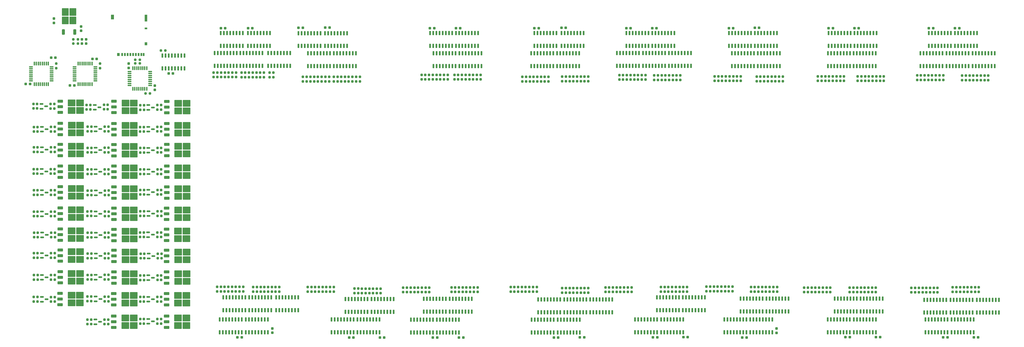
<source format=gbr>
%TF.GenerationSoftware,KiCad,Pcbnew,8.0.6*%
%TF.CreationDate,2025-05-14T01:22:40+09:00*%
%TF.ProjectId,denko_test,64656e6b-6f5f-4746-9573-742e6b696361,rev?*%
%TF.SameCoordinates,Original*%
%TF.FileFunction,Paste,Top*%
%TF.FilePolarity,Positive*%
%FSLAX46Y46*%
G04 Gerber Fmt 4.6, Leading zero omitted, Abs format (unit mm)*
G04 Created by KiCad (PCBNEW 8.0.6) date 2025-05-14 01:22:40*
%MOMM*%
%LPD*%
G01*
G04 APERTURE LIST*
G04 Aperture macros list*
%AMRoundRect*
0 Rectangle with rounded corners*
0 $1 Rounding radius*
0 $2 $3 $4 $5 $6 $7 $8 $9 X,Y pos of 4 corners*
0 Add a 4 corners polygon primitive as box body*
4,1,4,$2,$3,$4,$5,$6,$7,$8,$9,$2,$3,0*
0 Add four circle primitives for the rounded corners*
1,1,$1+$1,$2,$3*
1,1,$1+$1,$4,$5*
1,1,$1+$1,$6,$7*
1,1,$1+$1,$8,$9*
0 Add four rect primitives between the rounded corners*
20,1,$1+$1,$2,$3,$4,$5,0*
20,1,$1+$1,$4,$5,$6,$7,0*
20,1,$1+$1,$6,$7,$8,$9,0*
20,1,$1+$1,$8,$9,$2,$3,0*%
G04 Aperture macros list end*
%ADD10RoundRect,0.237500X0.237500X-0.250000X0.237500X0.250000X-0.237500X0.250000X-0.237500X-0.250000X0*%
%ADD11RoundRect,0.237500X-0.237500X0.250000X-0.237500X-0.250000X0.237500X-0.250000X0.237500X0.250000X0*%
%ADD12RoundRect,0.237500X-0.300000X-0.237500X0.300000X-0.237500X0.300000X0.237500X-0.300000X0.237500X0*%
%ADD13RoundRect,0.250000X-0.850000X-0.350000X0.850000X-0.350000X0.850000X0.350000X-0.850000X0.350000X0*%
%ADD14RoundRect,0.250000X-1.275000X-1.125000X1.275000X-1.125000X1.275000X1.125000X-1.275000X1.125000X0*%
%ADD15RoundRect,0.150000X-0.587500X-0.150000X0.587500X-0.150000X0.587500X0.150000X-0.587500X0.150000X0*%
%ADD16RoundRect,0.150000X0.150000X-0.725000X0.150000X0.725000X-0.150000X0.725000X-0.150000X-0.725000X0*%
%ADD17RoundRect,0.237500X0.287500X0.237500X-0.287500X0.237500X-0.287500X-0.237500X0.287500X-0.237500X0*%
%ADD18RoundRect,0.150000X-0.150000X0.725000X-0.150000X-0.725000X0.150000X-0.725000X0.150000X0.725000X0*%
%ADD19RoundRect,0.237500X0.300000X0.237500X-0.300000X0.237500X-0.300000X-0.237500X0.300000X-0.237500X0*%
%ADD20RoundRect,0.237500X-0.250000X-0.237500X0.250000X-0.237500X0.250000X0.237500X-0.250000X0.237500X0*%
%ADD21RoundRect,0.237500X0.237500X-0.300000X0.237500X0.300000X-0.237500X0.300000X-0.237500X-0.300000X0*%
%ADD22RoundRect,0.125000X0.625000X0.125000X-0.625000X0.125000X-0.625000X-0.125000X0.625000X-0.125000X0*%
%ADD23RoundRect,0.125000X0.125000X0.625000X-0.125000X0.625000X-0.125000X-0.625000X0.125000X-0.625000X0*%
%ADD24R,0.700000X1.200000*%
%ADD25R,1.000000X0.800000*%
%ADD26R,1.000000X1.200000*%
%ADD27R,1.000000X2.800000*%
%ADD28R,1.300000X1.900000*%
%ADD29RoundRect,0.250000X0.350000X-0.850000X0.350000X0.850000X-0.350000X0.850000X-0.350000X-0.850000X0*%
%ADD30RoundRect,0.250000X1.125000X-1.275000X1.125000X1.275000X-1.125000X1.275000X-1.125000X-1.275000X0*%
%ADD31RoundRect,0.237500X-0.237500X0.300000X-0.237500X-0.300000X0.237500X-0.300000X0.237500X0.300000X0*%
%ADD32RoundRect,0.125000X-0.125000X0.625000X-0.125000X-0.625000X0.125000X-0.625000X0.125000X0.625000X0*%
%ADD33RoundRect,0.125000X-0.625000X0.125000X-0.625000X-0.125000X0.625000X-0.125000X0.625000X0.125000X0*%
G04 APERTURE END LIST*
D10*
%TO.C,R53*%
X231225000Y-301925000D03*
X231225000Y-300100000D03*
%TD*%
%TO.C,R62*%
X225825000Y-259542500D03*
X225825000Y-257717500D03*
%TD*%
%TO.C,R394*%
X555480000Y-324000000D03*
X555480000Y-322175000D03*
%TD*%
%TO.C,R395*%
X556980000Y-324000000D03*
X556980000Y-322175000D03*
%TD*%
D11*
%TO.C,R351*%
X383980000Y-237500000D03*
X383980000Y-239325000D03*
%TD*%
%TO.C,R127*%
X211525000Y-335162500D03*
X211525000Y-336987500D03*
%TD*%
D10*
%TO.C,R218*%
X453480000Y-323725000D03*
X453480000Y-321900000D03*
%TD*%
D11*
%TO.C,R262*%
X478180000Y-237400000D03*
X478180000Y-239225000D03*
%TD*%
D10*
%TO.C,R67*%
X188425000Y-276462500D03*
X188425000Y-274637500D03*
%TD*%
D12*
%TO.C,C37*%
X342000000Y-342400000D03*
X343725000Y-342400000D03*
%TD*%
D13*
%TO.C,Q61*%
X213825000Y-264757500D03*
X213825000Y-267037500D03*
D14*
X218450000Y-265512500D03*
X218450000Y-268562500D03*
X221800000Y-265512500D03*
X221800000Y-268562500D03*
D13*
X213825000Y-269317500D03*
%TD*%
D10*
%TO.C,R253*%
X310480000Y-324525000D03*
X310480000Y-322700000D03*
%TD*%
D15*
%TO.C,Q18*%
X184850000Y-317212500D03*
X184850000Y-319112500D03*
X186725000Y-318162500D03*
%TD*%
D16*
%TO.C,U20*%
X287935000Y-225075000D03*
X289205000Y-225075000D03*
X290475000Y-225075000D03*
X291745000Y-225075000D03*
X293015000Y-225075000D03*
X294285000Y-225075000D03*
X295555000Y-225075000D03*
X296825000Y-225075000D03*
X296825000Y-219925000D03*
X295555000Y-219925000D03*
X294285000Y-219925000D03*
X293015000Y-219925000D03*
X291745000Y-219925000D03*
X290475000Y-219925000D03*
X289205000Y-219925000D03*
X287935000Y-219925000D03*
%TD*%
D11*
%TO.C,R374*%
X560780000Y-237000000D03*
X560780000Y-238825000D03*
%TD*%
D17*
%TO.C,D2*%
X202650000Y-222400000D03*
X200900000Y-222400000D03*
%TD*%
D18*
%TO.C,U62*%
X284665000Y-227925000D03*
X283395000Y-227925000D03*
X282125000Y-227925000D03*
X280855000Y-227925000D03*
X279585000Y-227925000D03*
X278315000Y-227925000D03*
X277045000Y-227925000D03*
X275775000Y-227925000D03*
X275775000Y-233075000D03*
X277045000Y-233075000D03*
X278315000Y-233075000D03*
X279585000Y-233075000D03*
X280855000Y-233075000D03*
X282125000Y-233075000D03*
X283395000Y-233075000D03*
X284665000Y-233075000D03*
%TD*%
D16*
%TO.C,U26*%
X298635000Y-225075000D03*
X299905000Y-225075000D03*
X301175000Y-225075000D03*
X302445000Y-225075000D03*
X303715000Y-225075000D03*
X304985000Y-225075000D03*
X306255000Y-225075000D03*
X307525000Y-225075000D03*
X307525000Y-219925000D03*
X306255000Y-219925000D03*
X304985000Y-219925000D03*
X303715000Y-219925000D03*
X302445000Y-219925000D03*
X301175000Y-219925000D03*
X299905000Y-219925000D03*
X298635000Y-219925000D03*
%TD*%
D12*
%TO.C,C25*%
X382837500Y-217900000D03*
X384562500Y-217900000D03*
%TD*%
D18*
%TO.C,U84*%
X390400000Y-228000000D03*
X389130000Y-228000000D03*
X387860000Y-228000000D03*
X386590000Y-228000000D03*
X385320000Y-228000000D03*
X384050000Y-228000000D03*
X382780000Y-228000000D03*
X381510000Y-228000000D03*
X381510000Y-233150000D03*
X382780000Y-233150000D03*
X384050000Y-233150000D03*
X385320000Y-233150000D03*
X386590000Y-233150000D03*
X387860000Y-233150000D03*
X389130000Y-233150000D03*
X390400000Y-233150000D03*
%TD*%
D11*
%TO.C,R290*%
X501280000Y-237300000D03*
X501280000Y-239125000D03*
%TD*%
D10*
%TO.C,R84*%
X188575000Y-302025000D03*
X188575000Y-300200000D03*
%TD*%
D13*
%TO.C,Q56*%
X234950000Y-333795000D03*
X234950000Y-336075000D03*
D14*
X239575000Y-334550000D03*
X239575000Y-337600000D03*
X242925000Y-334550000D03*
X242925000Y-337600000D03*
D13*
X234950000Y-338355000D03*
%TD*%
D10*
%TO.C,R187*%
X433680000Y-323900000D03*
X433680000Y-322075000D03*
%TD*%
%TO.C,R52*%
X188325000Y-250275000D03*
X188325000Y-248450000D03*
%TD*%
D13*
%TO.C,Q43*%
X192225000Y-256232500D03*
X192225000Y-258512500D03*
D14*
X196850000Y-256987500D03*
X196850000Y-260037500D03*
X200200000Y-256987500D03*
X200200000Y-260037500D03*
D13*
X192225000Y-260792500D03*
%TD*%
D10*
%TO.C,R397*%
X559980000Y-324000000D03*
X559980000Y-322175000D03*
%TD*%
%TO.C,R191*%
X439680000Y-323900000D03*
X439680000Y-322075000D03*
%TD*%
D11*
%TO.C,R123*%
X232825000Y-291600000D03*
X232825000Y-293425000D03*
%TD*%
D10*
%TO.C,R128*%
X183100000Y-310305000D03*
X183100000Y-308480000D03*
%TD*%
D11*
%TO.C,R295*%
X346480000Y-236700000D03*
X346480000Y-238525000D03*
%TD*%
D16*
%TO.C,U59*%
X432035000Y-331400000D03*
X433305000Y-331400000D03*
X434575000Y-331400000D03*
X435845000Y-331400000D03*
X437115000Y-331400000D03*
X438385000Y-331400000D03*
X439655000Y-331400000D03*
X440925000Y-331400000D03*
X440925000Y-326250000D03*
X439655000Y-326250000D03*
X438385000Y-326250000D03*
X437115000Y-326250000D03*
X435845000Y-326250000D03*
X434575000Y-326250000D03*
X433305000Y-326250000D03*
X432035000Y-326250000D03*
%TD*%
D11*
%TO.C,R43*%
X190025000Y-317250000D03*
X190025000Y-319075000D03*
%TD*%
%TO.C,R92*%
X232900000Y-308657500D03*
X232900000Y-310482500D03*
%TD*%
D19*
%TO.C,C4*%
X548900000Y-342300000D03*
X547175000Y-342300000D03*
%TD*%
D11*
%TO.C,R268*%
X311160000Y-237500000D03*
X311160000Y-239325000D03*
%TD*%
D10*
%TO.C,R120*%
X181600000Y-310305000D03*
X181600000Y-308480000D03*
%TD*%
%TO.C,R278*%
X316480000Y-324537500D03*
X316480000Y-322712500D03*
%TD*%
D11*
%TO.C,R74*%
X211600000Y-257562500D03*
X211600000Y-259387500D03*
%TD*%
D10*
%TO.C,R220*%
X456480000Y-323725000D03*
X456480000Y-321900000D03*
%TD*%
%TO.C,R328*%
X512580000Y-324125000D03*
X512580000Y-322300000D03*
%TD*%
D13*
%TO.C,Q36*%
X213825000Y-256282500D03*
X213825000Y-258562500D03*
D14*
X218450000Y-257037500D03*
X218450000Y-260087500D03*
X221800000Y-257037500D03*
X221800000Y-260087500D03*
D13*
X213825000Y-260842500D03*
%TD*%
D12*
%TO.C,C26*%
X340837500Y-217900000D03*
X342562500Y-217900000D03*
%TD*%
%TO.C,C19*%
X501100000Y-217900000D03*
X502825000Y-217900000D03*
%TD*%
D18*
%TO.C,U15*%
X442670000Y-335150000D03*
X441400000Y-335150000D03*
X440130000Y-335150000D03*
X438860000Y-335150000D03*
X437590000Y-335150000D03*
X436320000Y-335150000D03*
X435050000Y-335150000D03*
X433780000Y-335150000D03*
X433780000Y-340300000D03*
X435050000Y-340300000D03*
X436320000Y-340300000D03*
X437590000Y-340300000D03*
X438860000Y-340300000D03*
X440130000Y-340300000D03*
X441400000Y-340300000D03*
X442670000Y-340300000D03*
%TD*%
D11*
%TO.C,R28*%
X211600000Y-317192500D03*
X211600000Y-319017500D03*
%TD*%
%TO.C,R178*%
X274080000Y-235800000D03*
X274080000Y-237625000D03*
%TD*%
%TO.C,R259*%
X482680000Y-237400000D03*
X482680000Y-239225000D03*
%TD*%
D10*
%TO.C,R36*%
X210100000Y-319017500D03*
X210100000Y-317192500D03*
%TD*%
D11*
%TO.C,R349*%
X386980000Y-237500000D03*
X386980000Y-239325000D03*
%TD*%
%TO.C,R93*%
X211650000Y-283237500D03*
X211650000Y-285062500D03*
%TD*%
%TO.C,R377*%
X556280000Y-237000000D03*
X556280000Y-238825000D03*
%TD*%
D12*
%TO.C,C29*%
X288000000Y-217800000D03*
X289725000Y-217800000D03*
%TD*%
D13*
%TO.C,Q48*%
X192150000Y-324607500D03*
X192150000Y-326887500D03*
D14*
X196775000Y-325362500D03*
X196775000Y-328412500D03*
X200125000Y-325362500D03*
X200125000Y-328412500D03*
D13*
X192150000Y-329167500D03*
%TD*%
D11*
%TO.C,R265*%
X338980000Y-236700000D03*
X338980000Y-238525000D03*
%TD*%
%TO.C,R172*%
X435480000Y-236900000D03*
X435480000Y-238725000D03*
%TD*%
D18*
%TO.C,U17*%
X310160000Y-335150000D03*
X308890000Y-335150000D03*
X307620000Y-335150000D03*
X306350000Y-335150000D03*
X305080000Y-335150000D03*
X303810000Y-335150000D03*
X302540000Y-335150000D03*
X301270000Y-335150000D03*
X301270000Y-340300000D03*
X302540000Y-340300000D03*
X303810000Y-340300000D03*
X305080000Y-340300000D03*
X306350000Y-340300000D03*
X307620000Y-340300000D03*
X308890000Y-340300000D03*
X310160000Y-340300000D03*
%TD*%
D15*
%TO.C,Q49*%
X227625000Y-266062500D03*
X227625000Y-267962500D03*
X229500000Y-267012500D03*
%TD*%
D11*
%TO.C,R239*%
X300300000Y-237490000D03*
X300300000Y-239315000D03*
%TD*%
D10*
%TO.C,R333*%
X520080000Y-324125000D03*
X520080000Y-322300000D03*
%TD*%
D11*
%TO.C,R267*%
X312660000Y-237500000D03*
X312660000Y-239325000D03*
%TD*%
D15*
%TO.C,Q27*%
X206487500Y-300212500D03*
X206487500Y-302112500D03*
X208362500Y-301162500D03*
%TD*%
D10*
%TO.C,R51*%
X188525000Y-319075000D03*
X188525000Y-317250000D03*
%TD*%
%TO.C,R113*%
X225850000Y-336767500D03*
X225850000Y-334942500D03*
%TD*%
D16*
%TO.C,U82*%
X348780000Y-331950000D03*
X350050000Y-331950000D03*
X351320000Y-331950000D03*
X352590000Y-331950000D03*
X353860000Y-331950000D03*
X355130000Y-331950000D03*
X356400000Y-331950000D03*
X357670000Y-331950000D03*
X357670000Y-326800000D03*
X356400000Y-326800000D03*
X355130000Y-326800000D03*
X353860000Y-326800000D03*
X352590000Y-326800000D03*
X351320000Y-326800000D03*
X350050000Y-326800000D03*
X348780000Y-326800000D03*
%TD*%
D11*
%TO.C,R9*%
X190000000Y-265887500D03*
X190000000Y-267712500D03*
%TD*%
%TO.C,R173*%
X433980000Y-236900000D03*
X433980000Y-238725000D03*
%TD*%
D18*
%TO.C,U19*%
X468060000Y-335150000D03*
X466790000Y-335150000D03*
X465520000Y-335150000D03*
X464250000Y-335150000D03*
X462980000Y-335150000D03*
X461710000Y-335150000D03*
X460440000Y-335150000D03*
X459170000Y-335150000D03*
X459170000Y-340300000D03*
X460440000Y-340300000D03*
X461710000Y-340300000D03*
X462980000Y-340300000D03*
X464250000Y-340300000D03*
X465520000Y-340300000D03*
X466790000Y-340300000D03*
X468060000Y-340300000D03*
%TD*%
%TO.C,U75*%
X509670000Y-228000000D03*
X508400000Y-228000000D03*
X507130000Y-228000000D03*
X505860000Y-228000000D03*
X504590000Y-228000000D03*
X503320000Y-228000000D03*
X502050000Y-228000000D03*
X500780000Y-228000000D03*
X500780000Y-233150000D03*
X502050000Y-233150000D03*
X503320000Y-233150000D03*
X504590000Y-233150000D03*
X505860000Y-233150000D03*
X507130000Y-233150000D03*
X508400000Y-233150000D03*
X509670000Y-233150000D03*
%TD*%
D10*
%TO.C,R227*%
X297680000Y-323925000D03*
X297680000Y-322100000D03*
%TD*%
%TO.C,R78*%
X225900000Y-284825000D03*
X225900000Y-283000000D03*
%TD*%
%TO.C,R196*%
X274280000Y-323925000D03*
X274280000Y-322100000D03*
%TD*%
D19*
%TO.C,C34*%
X197862500Y-241000000D03*
X196137500Y-241000000D03*
%TD*%
D10*
%TO.C,R100*%
X210150000Y-285075000D03*
X210150000Y-283250000D03*
%TD*%
%TO.C,R251*%
X300680000Y-323925000D03*
X300680000Y-322100000D03*
%TD*%
D11*
%TO.C,R285*%
X512780000Y-237300000D03*
X512780000Y-239125000D03*
%TD*%
D12*
%TO.C,C24*%
X393700000Y-217800000D03*
X395425000Y-217800000D03*
%TD*%
D15*
%TO.C,Q41*%
X184825000Y-257637500D03*
X184825000Y-259537500D03*
X186700000Y-258587500D03*
%TD*%
D11*
%TO.C,R234*%
X461270000Y-237287500D03*
X461270000Y-239112500D03*
%TD*%
%TO.C,R77*%
X190075000Y-300200000D03*
X190075000Y-302025000D03*
%TD*%
%TO.C,R200*%
X458270000Y-237287500D03*
X458270000Y-239112500D03*
%TD*%
D10*
%TO.C,R24*%
X203200000Y-319030000D03*
X203200000Y-317205000D03*
%TD*%
%TO.C,R158*%
X411380000Y-324025000D03*
X411380000Y-322200000D03*
%TD*%
D12*
%TO.C,C12*%
X401100000Y-342300000D03*
X402825000Y-342300000D03*
%TD*%
D20*
%TO.C,R20*%
X197475000Y-222400000D03*
X199300000Y-222400000D03*
%TD*%
D11*
%TO.C,R318*%
X515780000Y-237300000D03*
X515780000Y-239125000D03*
%TD*%
D10*
%TO.C,R335*%
X353980000Y-324025000D03*
X353980000Y-322200000D03*
%TD*%
%TO.C,R54*%
X224325000Y-257717500D03*
X224325000Y-259542500D03*
%TD*%
%TO.C,R72*%
X181675000Y-302025000D03*
X181675000Y-300200000D03*
%TD*%
%TO.C,R195*%
X272780000Y-323925000D03*
X272780000Y-322100000D03*
%TD*%
%TO.C,R330*%
X515580000Y-324125000D03*
X515580000Y-322300000D03*
%TD*%
D11*
%TO.C,R205*%
X438480000Y-236900000D03*
X438480000Y-238725000D03*
%TD*%
D16*
%TO.C,U8*%
X419780000Y-225050000D03*
X421050000Y-225050000D03*
X422320000Y-225050000D03*
X423590000Y-225050000D03*
X424860000Y-225050000D03*
X426130000Y-225050000D03*
X427400000Y-225050000D03*
X428670000Y-225050000D03*
X428670000Y-219900000D03*
X427400000Y-219900000D03*
X426130000Y-219900000D03*
X424860000Y-219900000D03*
X423590000Y-219900000D03*
X422320000Y-219900000D03*
X421050000Y-219900000D03*
X419780000Y-219900000D03*
%TD*%
D10*
%TO.C,R170*%
X264280000Y-323812500D03*
X264280000Y-321987500D03*
%TD*%
D18*
%TO.C,U23*%
X320570000Y-335150000D03*
X319300000Y-335150000D03*
X318030000Y-335150000D03*
X316760000Y-335150000D03*
X315490000Y-335150000D03*
X314220000Y-335150000D03*
X312950000Y-335150000D03*
X311680000Y-335150000D03*
X311680000Y-340300000D03*
X312950000Y-340300000D03*
X314220000Y-340300000D03*
X315490000Y-340300000D03*
X316760000Y-340300000D03*
X318030000Y-340300000D03*
X319300000Y-340300000D03*
X320570000Y-340300000D03*
%TD*%
D10*
%TO.C,R219*%
X454980000Y-323725000D03*
X454980000Y-321900000D03*
%TD*%
D16*
%TO.C,U65*%
X278980000Y-331400000D03*
X280250000Y-331400000D03*
X281520000Y-331400000D03*
X282790000Y-331400000D03*
X284060000Y-331400000D03*
X285330000Y-331400000D03*
X286600000Y-331400000D03*
X287870000Y-331400000D03*
X287870000Y-326250000D03*
X286600000Y-326250000D03*
X285330000Y-326250000D03*
X284060000Y-326250000D03*
X282790000Y-326250000D03*
X281520000Y-326250000D03*
X280250000Y-326250000D03*
X278980000Y-326250000D03*
%TD*%
D10*
%TO.C,R4*%
X181600000Y-267712500D03*
X181600000Y-265887500D03*
%TD*%
D11*
%TO.C,R314*%
X521780000Y-237300000D03*
X521780000Y-239125000D03*
%TD*%
%TO.C,R149*%
X404480000Y-237400000D03*
X404480000Y-239225000D03*
%TD*%
D15*
%TO.C,Q37*%
X206475000Y-325912500D03*
X206475000Y-327812500D03*
X208350000Y-326862500D03*
%TD*%
%TO.C,Q44*%
X206512500Y-283212500D03*
X206512500Y-285112500D03*
X208387500Y-284162500D03*
%TD*%
D11*
%TO.C,R25*%
X211300000Y-248725000D03*
X211300000Y-250550000D03*
%TD*%
%TO.C,R353*%
X380980000Y-237500000D03*
X380980000Y-239325000D03*
%TD*%
D10*
%TO.C,R88*%
X203250000Y-285075000D03*
X203250000Y-283250000D03*
%TD*%
%TO.C,R13*%
X225900000Y-319242500D03*
X225900000Y-317417500D03*
%TD*%
D16*
%TO.C,U32*%
X340880000Y-225050000D03*
X342150000Y-225050000D03*
X343420000Y-225050000D03*
X344690000Y-225050000D03*
X345960000Y-225050000D03*
X347230000Y-225050000D03*
X348500000Y-225050000D03*
X349770000Y-225050000D03*
X349770000Y-219900000D03*
X348500000Y-219900000D03*
X347230000Y-219900000D03*
X345960000Y-219900000D03*
X344690000Y-219900000D03*
X343420000Y-219900000D03*
X342150000Y-219900000D03*
X340880000Y-219900000D03*
%TD*%
D11*
%TO.C,R296*%
X344980000Y-236700000D03*
X344980000Y-238525000D03*
%TD*%
D18*
%TO.C,U83*%
X546870000Y-228000000D03*
X545600000Y-228000000D03*
X544330000Y-228000000D03*
X543060000Y-228000000D03*
X541790000Y-228000000D03*
X540520000Y-228000000D03*
X539250000Y-228000000D03*
X537980000Y-228000000D03*
X537980000Y-233150000D03*
X539250000Y-233150000D03*
X540520000Y-233150000D03*
X541790000Y-233150000D03*
X543060000Y-233150000D03*
X544330000Y-233150000D03*
X545600000Y-233150000D03*
X546870000Y-233150000D03*
%TD*%
%TO.C,U31*%
X509650000Y-335100000D03*
X508380000Y-335100000D03*
X507110000Y-335100000D03*
X505840000Y-335100000D03*
X504570000Y-335100000D03*
X503300000Y-335100000D03*
X502030000Y-335100000D03*
X500760000Y-335100000D03*
X500760000Y-340250000D03*
X502030000Y-340250000D03*
X503300000Y-340250000D03*
X504570000Y-340250000D03*
X505840000Y-340250000D03*
X507110000Y-340250000D03*
X508380000Y-340250000D03*
X509650000Y-340250000D03*
%TD*%
D11*
%TO.C,R323*%
X358180000Y-236712500D03*
X358180000Y-238537500D03*
%TD*%
%TO.C,R260*%
X481180000Y-237400000D03*
X481180000Y-239225000D03*
%TD*%
%TO.C,R287*%
X505780000Y-237300000D03*
X505780000Y-239125000D03*
%TD*%
%TO.C,R348*%
X388480000Y-237500000D03*
X388480000Y-239325000D03*
%TD*%
%TO.C,R293*%
X350680000Y-236700000D03*
X350680000Y-238525000D03*
%TD*%
D16*
%TO.C,U86*%
X233260000Y-234100000D03*
X234530000Y-234100000D03*
X235800000Y-234100000D03*
X237070000Y-234100000D03*
X238340000Y-234100000D03*
X239610000Y-234100000D03*
X240880000Y-234100000D03*
X242150000Y-234100000D03*
X242150000Y-228950000D03*
X240880000Y-228950000D03*
X239610000Y-228950000D03*
X238340000Y-228950000D03*
X237070000Y-228950000D03*
X235800000Y-228950000D03*
X234530000Y-228950000D03*
X233260000Y-228950000D03*
%TD*%
D10*
%TO.C,R107*%
X225900000Y-267937500D03*
X225900000Y-266112500D03*
%TD*%
D15*
%TO.C,Q12*%
X206425000Y-317167500D03*
X206425000Y-319067500D03*
X208300000Y-318117500D03*
%TD*%
D12*
%TO.C,C5*%
X559500000Y-342300000D03*
X561225000Y-342300000D03*
%TD*%
D11*
%TO.C,R375*%
X559280000Y-237000000D03*
X559280000Y-238825000D03*
%TD*%
D10*
%TO.C,R281*%
X320980000Y-324537500D03*
X320980000Y-322712500D03*
%TD*%
D18*
%TO.C,U35*%
X352470000Y-335200000D03*
X351200000Y-335200000D03*
X349930000Y-335200000D03*
X348660000Y-335200000D03*
X347390000Y-335200000D03*
X346120000Y-335200000D03*
X344850000Y-335200000D03*
X343580000Y-335200000D03*
X343580000Y-340350000D03*
X344850000Y-340350000D03*
X346120000Y-340350000D03*
X347390000Y-340350000D03*
X348660000Y-340350000D03*
X349930000Y-340350000D03*
X351200000Y-340350000D03*
X352470000Y-340350000D03*
%TD*%
D16*
%TO.C,U14*%
X430180000Y-225050000D03*
X431450000Y-225050000D03*
X432720000Y-225050000D03*
X433990000Y-225050000D03*
X435260000Y-225050000D03*
X436530000Y-225050000D03*
X437800000Y-225050000D03*
X439070000Y-225050000D03*
X439070000Y-219900000D03*
X437800000Y-219900000D03*
X436530000Y-219900000D03*
X435260000Y-219900000D03*
X433990000Y-219900000D03*
X432720000Y-219900000D03*
X431450000Y-219900000D03*
X430180000Y-219900000D03*
%TD*%
D15*
%TO.C,Q33*%
X206425000Y-257537500D03*
X206425000Y-259437500D03*
X208300000Y-258487500D03*
%TD*%
D13*
%TO.C,Q62*%
X235000000Y-290307500D03*
X235000000Y-292587500D03*
D14*
X239625000Y-291062500D03*
X239625000Y-294112500D03*
X242975000Y-291062500D03*
X242975000Y-294112500D03*
D13*
X235000000Y-294867500D03*
%TD*%
D10*
%TO.C,R140*%
X402980000Y-324325000D03*
X402980000Y-322500000D03*
%TD*%
D11*
%TO.C,R382*%
X399980000Y-237400000D03*
X399980000Y-239225000D03*
%TD*%
%TO.C,R44*%
X189825000Y-248450000D03*
X189825000Y-250275000D03*
%TD*%
D15*
%TO.C,Q4*%
X227625000Y-317367500D03*
X227625000Y-319267500D03*
X229500000Y-318317500D03*
%TD*%
D12*
%TO.C,C16*%
X551900000Y-217900000D03*
X553625000Y-217900000D03*
%TD*%
D11*
%TO.C,R181*%
X269580000Y-235800000D03*
X269580000Y-237625000D03*
%TD*%
%TO.C,R76*%
X232800000Y-283012500D03*
X232800000Y-284837500D03*
%TD*%
%TO.C,R11*%
X232800000Y-317405000D03*
X232800000Y-319230000D03*
%TD*%
D13*
%TO.C,Q52*%
X235025000Y-264707500D03*
X235025000Y-266987500D03*
D14*
X239650000Y-265462500D03*
X239650000Y-268512500D03*
X243000000Y-265462500D03*
X243000000Y-268512500D03*
D13*
X235025000Y-269267500D03*
%TD*%
D10*
%TO.C,R15*%
X231225000Y-250675000D03*
X231225000Y-248850000D03*
%TD*%
%TO.C,R398*%
X561480000Y-324000000D03*
X561480000Y-322175000D03*
%TD*%
%TO.C,R370*%
X380780000Y-323912500D03*
X380780000Y-322087500D03*
%TD*%
D18*
%TO.C,U61*%
X445770000Y-227900000D03*
X444500000Y-227900000D03*
X443230000Y-227900000D03*
X441960000Y-227900000D03*
X440690000Y-227900000D03*
X439420000Y-227900000D03*
X438150000Y-227900000D03*
X436880000Y-227900000D03*
X436880000Y-233050000D03*
X438150000Y-233050000D03*
X439420000Y-233050000D03*
X440690000Y-233050000D03*
X441960000Y-233050000D03*
X443230000Y-233050000D03*
X444500000Y-233050000D03*
X445770000Y-233050000D03*
%TD*%
D11*
%TO.C,R316*%
X518780000Y-237300000D03*
X518780000Y-239125000D03*
%TD*%
%TO.C,R80*%
X211575000Y-326000000D03*
X211575000Y-327825000D03*
%TD*%
D13*
%TO.C,Q22*%
X192200000Y-315857500D03*
X192200000Y-318137500D03*
D14*
X196825000Y-316612500D03*
X196825000Y-319662500D03*
X200175000Y-316612500D03*
X200175000Y-319662500D03*
D13*
X192200000Y-320417500D03*
%TD*%
D10*
%TO.C,R309*%
X339080000Y-324125000D03*
X339080000Y-322300000D03*
%TD*%
D13*
%TO.C,Q6*%
X213825000Y-290327500D03*
X213825000Y-292607500D03*
D14*
X218450000Y-291082500D03*
X218450000Y-294132500D03*
X221800000Y-291082500D03*
X221800000Y-294132500D03*
D13*
X213825000Y-294887500D03*
%TD*%
D10*
%TO.C,R213*%
X208200000Y-234000000D03*
X208200000Y-232175000D03*
%TD*%
D15*
%TO.C,Q3*%
X184825000Y-265862500D03*
X184825000Y-267762500D03*
X186700000Y-266812500D03*
%TD*%
D21*
%TO.C,C35*%
X277500000Y-340462500D03*
X277500000Y-338737500D03*
%TD*%
D10*
%TO.C,R332*%
X518580000Y-324125000D03*
X518580000Y-322300000D03*
%TD*%
D16*
%TO.C,U77*%
X503490000Y-331900000D03*
X504760000Y-331900000D03*
X506030000Y-331900000D03*
X507300000Y-331900000D03*
X508570000Y-331900000D03*
X509840000Y-331900000D03*
X511110000Y-331900000D03*
X512380000Y-331900000D03*
X512380000Y-326750000D03*
X511110000Y-326750000D03*
X509840000Y-326750000D03*
X508570000Y-326750000D03*
X507300000Y-326750000D03*
X506030000Y-326750000D03*
X504760000Y-326750000D03*
X503490000Y-326750000D03*
%TD*%
D11*
%TO.C,R34*%
X231300000Y-274750000D03*
X231300000Y-276575000D03*
%TD*%
D10*
%TO.C,R157*%
X404480000Y-324325000D03*
X404480000Y-322500000D03*
%TD*%
D11*
%TO.C,R383*%
X398480000Y-237400000D03*
X398480000Y-239225000D03*
%TD*%
%TO.C,R202*%
X455280000Y-237300000D03*
X455280000Y-239125000D03*
%TD*%
D16*
%TO.C,U78*%
X338360000Y-331950000D03*
X339630000Y-331950000D03*
X340900000Y-331950000D03*
X342170000Y-331950000D03*
X343440000Y-331950000D03*
X344710000Y-331950000D03*
X345980000Y-331950000D03*
X347250000Y-331950000D03*
X347250000Y-326800000D03*
X345980000Y-326800000D03*
X344710000Y-326800000D03*
X343440000Y-326800000D03*
X342170000Y-326800000D03*
X340900000Y-326800000D03*
X339630000Y-326800000D03*
X338360000Y-326800000D03*
%TD*%
D11*
%TO.C,R179*%
X272580000Y-235800000D03*
X272580000Y-237625000D03*
%TD*%
%TO.C,R237*%
X303680000Y-237500000D03*
X303680000Y-239325000D03*
%TD*%
D21*
%TO.C,C6*%
X219700000Y-233900000D03*
X219700000Y-232175000D03*
%TD*%
D10*
%TO.C,R91*%
X183100000Y-259512500D03*
X183100000Y-257687500D03*
%TD*%
%TO.C,R132*%
X188500000Y-310305000D03*
X188500000Y-308480000D03*
%TD*%
D12*
%TO.C,C18*%
X511500000Y-217900000D03*
X513225000Y-217900000D03*
%TD*%
D10*
%TO.C,R71*%
X224400000Y-284825000D03*
X224400000Y-283000000D03*
%TD*%
D12*
%TO.C,C20*%
X471400000Y-217800000D03*
X473125000Y-217800000D03*
%TD*%
D10*
%TO.C,R340*%
X373280000Y-323912500D03*
X373280000Y-322087500D03*
%TD*%
D16*
%TO.C,U70*%
X306860000Y-332050000D03*
X308130000Y-332050000D03*
X309400000Y-332050000D03*
X310670000Y-332050000D03*
X311940000Y-332050000D03*
X313210000Y-332050000D03*
X314480000Y-332050000D03*
X315750000Y-332050000D03*
X315750000Y-326900000D03*
X314480000Y-326900000D03*
X313210000Y-326900000D03*
X311940000Y-326900000D03*
X310670000Y-326900000D03*
X309400000Y-326900000D03*
X308130000Y-326900000D03*
X306860000Y-326900000D03*
%TD*%
D18*
%TO.C,U54*%
X273525000Y-227925000D03*
X272255000Y-227925000D03*
X270985000Y-227925000D03*
X269715000Y-227925000D03*
X268445000Y-227925000D03*
X267175000Y-227925000D03*
X265905000Y-227925000D03*
X264635000Y-227925000D03*
X264635000Y-233075000D03*
X265905000Y-233075000D03*
X267175000Y-233075000D03*
X268445000Y-233075000D03*
X269715000Y-233075000D03*
X270985000Y-233075000D03*
X272255000Y-233075000D03*
X273525000Y-233075000D03*
%TD*%
D11*
%TO.C,R209*%
X291290000Y-237487500D03*
X291290000Y-239312500D03*
%TD*%
D10*
%TO.C,R367*%
X376280000Y-323900000D03*
X376280000Y-322075000D03*
%TD*%
%TO.C,R188*%
X435180000Y-323900000D03*
X435180000Y-322075000D03*
%TD*%
D12*
%TO.C,C22*%
X430200000Y-217900000D03*
X431925000Y-217900000D03*
%TD*%
D10*
%TO.C,R224*%
X293180000Y-323925000D03*
X293180000Y-322100000D03*
%TD*%
%TO.C,R16*%
X210150000Y-293532500D03*
X210150000Y-291707500D03*
%TD*%
D11*
%TO.C,R345*%
X539680000Y-236900000D03*
X539680000Y-238725000D03*
%TD*%
D17*
%TO.C,D1*%
X202650000Y-224100000D03*
X200900000Y-224100000D03*
%TD*%
D11*
%TO.C,R266*%
X337480000Y-236700000D03*
X337480000Y-238525000D03*
%TD*%
%TO.C,R269*%
X309660000Y-237500000D03*
X309660000Y-239325000D03*
%TD*%
D10*
%TO.C,R279*%
X317980000Y-324537500D03*
X317980000Y-322712500D03*
%TD*%
D18*
%TO.C,U71*%
X481500000Y-228000000D03*
X480230000Y-228000000D03*
X478960000Y-228000000D03*
X477690000Y-228000000D03*
X476420000Y-228000000D03*
X475150000Y-228000000D03*
X473880000Y-228000000D03*
X472610000Y-228000000D03*
X472610000Y-233150000D03*
X473880000Y-233150000D03*
X475150000Y-233150000D03*
X476420000Y-233150000D03*
X477690000Y-233150000D03*
X478960000Y-233150000D03*
X480230000Y-233150000D03*
X481500000Y-233150000D03*
%TD*%
D11*
%TO.C,R175*%
X430980000Y-236900000D03*
X430980000Y-238725000D03*
%TD*%
%TO.C,R384*%
X396980000Y-237400000D03*
X396980000Y-239225000D03*
%TD*%
%TO.C,R350*%
X385480000Y-237500000D03*
X385480000Y-239325000D03*
%TD*%
D16*
%TO.C,U30*%
X501080000Y-225050000D03*
X502350000Y-225050000D03*
X503620000Y-225050000D03*
X504890000Y-225050000D03*
X506160000Y-225050000D03*
X507430000Y-225050000D03*
X508700000Y-225050000D03*
X509970000Y-225050000D03*
X509970000Y-219900000D03*
X508700000Y-219900000D03*
X507430000Y-219900000D03*
X506160000Y-219900000D03*
X504890000Y-219900000D03*
X503620000Y-219900000D03*
X502350000Y-219900000D03*
X501080000Y-219900000D03*
%TD*%
D13*
%TO.C,Q21*%
X213825000Y-273407500D03*
X213825000Y-275687500D03*
D14*
X218450000Y-274162500D03*
X218450000Y-277212500D03*
X221800000Y-274162500D03*
X221800000Y-277212500D03*
D13*
X213825000Y-277967500D03*
%TD*%
D10*
%TO.C,R134*%
X393980000Y-324325000D03*
X393980000Y-322500000D03*
%TD*%
%TO.C,R35*%
X188500000Y-293557500D03*
X188500000Y-291732500D03*
%TD*%
%TO.C,R273*%
X477380000Y-323900000D03*
X477380000Y-322075000D03*
%TD*%
D15*
%TO.C,Q19*%
X184650000Y-248425000D03*
X184650000Y-250325000D03*
X186525000Y-249375000D03*
%TD*%
D22*
%TO.C,U2*%
X228375000Y-240975000D03*
X228375000Y-240175000D03*
X228375000Y-239375000D03*
X228375000Y-238575000D03*
X228375000Y-237775000D03*
X228375000Y-236975000D03*
X228375000Y-236175000D03*
X228375000Y-235375000D03*
D23*
X227000000Y-234000000D03*
X226200000Y-234000000D03*
X225400000Y-234000000D03*
X224600000Y-234000000D03*
X223800000Y-234000000D03*
X223000000Y-234000000D03*
X222200000Y-234000000D03*
X221400000Y-234000000D03*
D22*
X220025000Y-235375000D03*
X220025000Y-236175000D03*
X220025000Y-236975000D03*
X220025000Y-237775000D03*
X220025000Y-238575000D03*
X220025000Y-239375000D03*
X220025000Y-240175000D03*
X220025000Y-240975000D03*
D23*
X221400000Y-242350000D03*
X222200000Y-242350000D03*
X223000000Y-242350000D03*
X223800000Y-242350000D03*
X224600000Y-242350000D03*
X225400000Y-242350000D03*
X226200000Y-242350000D03*
X227000000Y-242350000D03*
%TD*%
D10*
%TO.C,R312*%
X350980000Y-324025000D03*
X350980000Y-322200000D03*
%TD*%
%TO.C,R244*%
X460980000Y-323725000D03*
X460980000Y-321900000D03*
%TD*%
D11*
%TO.C,R206*%
X295790000Y-237500000D03*
X295790000Y-239325000D03*
%TD*%
D10*
%TO.C,R226*%
X296180000Y-323925000D03*
X296180000Y-322100000D03*
%TD*%
%TO.C,R40*%
X181425000Y-250200000D03*
X181425000Y-248375000D03*
%TD*%
D11*
%TO.C,R7*%
X211650000Y-291720000D03*
X211650000Y-293545000D03*
%TD*%
D10*
%TO.C,R331*%
X517080000Y-324125000D03*
X517080000Y-322300000D03*
%TD*%
D11*
%TO.C,R177*%
X425980000Y-236787500D03*
X425980000Y-238612500D03*
%TD*%
D16*
%TO.C,U38*%
X351280000Y-225050000D03*
X352550000Y-225050000D03*
X353820000Y-225050000D03*
X355090000Y-225050000D03*
X356360000Y-225050000D03*
X357630000Y-225050000D03*
X358900000Y-225050000D03*
X360170000Y-225050000D03*
X360170000Y-219900000D03*
X358900000Y-219900000D03*
X357630000Y-219900000D03*
X356360000Y-219900000D03*
X355090000Y-219900000D03*
X353820000Y-219900000D03*
X352550000Y-219900000D03*
X351280000Y-219900000D03*
%TD*%
D10*
%TO.C,R252*%
X302180000Y-323925000D03*
X302180000Y-322100000D03*
%TD*%
%TO.C,R305*%
X509580000Y-324125000D03*
X509580000Y-322300000D03*
%TD*%
D13*
%TO.C,Q23*%
X192200000Y-247270000D03*
X192200000Y-249550000D03*
D14*
X196825000Y-248025000D03*
X196825000Y-251075000D03*
X200175000Y-248025000D03*
X200175000Y-251075000D03*
D13*
X192200000Y-251830000D03*
%TD*%
D10*
%TO.C,R214*%
X441180000Y-323900000D03*
X441180000Y-322075000D03*
%TD*%
D11*
%TO.C,R289*%
X502780000Y-237300000D03*
X502780000Y-239125000D03*
%TD*%
%TO.C,R147*%
X418480000Y-236787500D03*
X418480000Y-238612500D03*
%TD*%
%TO.C,R322*%
X359680000Y-236712500D03*
X359680000Y-238537500D03*
%TD*%
%TO.C,R46*%
X232725000Y-300100000D03*
X232725000Y-301925000D03*
%TD*%
D10*
%TO.C,R272*%
X475880000Y-323900000D03*
X475880000Y-322075000D03*
%TD*%
D11*
%TO.C,R264*%
X340480000Y-236700000D03*
X340480000Y-238525000D03*
%TD*%
%TO.C,R230*%
X472180000Y-237400000D03*
X472180000Y-239225000D03*
%TD*%
D19*
%TO.C,C30*%
X509600000Y-342200000D03*
X507875000Y-342200000D03*
%TD*%
D15*
%TO.C,Q35*%
X184900000Y-300162500D03*
X184900000Y-302062500D03*
X186775000Y-301112500D03*
%TD*%
D19*
%TO.C,C42*%
X180062500Y-240400000D03*
X178337500Y-240400000D03*
%TD*%
D15*
%TO.C,Q50*%
X184825000Y-283112500D03*
X184825000Y-285012500D03*
X186700000Y-284062500D03*
%TD*%
D13*
%TO.C,Q29*%
X235025000Y-256282500D03*
X235025000Y-258562500D03*
D14*
X239650000Y-257037500D03*
X239650000Y-260087500D03*
X243000000Y-257037500D03*
X243000000Y-260087500D03*
D13*
X235025000Y-260842500D03*
%TD*%
D10*
%TO.C,R102*%
X224400000Y-267937500D03*
X224400000Y-266112500D03*
%TD*%
%TO.C,R168*%
X261280000Y-323812500D03*
X261280000Y-321987500D03*
%TD*%
%TO.C,R121*%
X203125000Y-336987500D03*
X203125000Y-335162500D03*
%TD*%
D15*
%TO.C,Q2*%
X206450000Y-291632500D03*
X206450000Y-293532500D03*
X208325000Y-292582500D03*
%TD*%
D20*
%TO.C,R19*%
X197487500Y-224100000D03*
X199312500Y-224100000D03*
%TD*%
D11*
%TO.C,R241*%
X297280000Y-237500000D03*
X297280000Y-239325000D03*
%TD*%
D19*
%TO.C,C15*%
X468100000Y-342400000D03*
X466375000Y-342400000D03*
%TD*%
D18*
%TO.C,U9*%
X432180000Y-335150000D03*
X430910000Y-335150000D03*
X429640000Y-335150000D03*
X428370000Y-335150000D03*
X427100000Y-335150000D03*
X425830000Y-335150000D03*
X424560000Y-335150000D03*
X423290000Y-335150000D03*
X423290000Y-340300000D03*
X424560000Y-340300000D03*
X425830000Y-340300000D03*
X427100000Y-340300000D03*
X428370000Y-340300000D03*
X429640000Y-340300000D03*
X430910000Y-340300000D03*
X432180000Y-340300000D03*
%TD*%
%TO.C,U66*%
X471090000Y-228000000D03*
X469820000Y-228000000D03*
X468550000Y-228000000D03*
X467280000Y-228000000D03*
X466010000Y-228000000D03*
X464740000Y-228000000D03*
X463470000Y-228000000D03*
X462200000Y-228000000D03*
X462200000Y-233150000D03*
X463470000Y-233150000D03*
X464740000Y-233150000D03*
X466010000Y-233150000D03*
X467280000Y-233150000D03*
X468550000Y-233150000D03*
X469820000Y-233150000D03*
X471090000Y-233150000D03*
%TD*%
D11*
%TO.C,R258*%
X496780000Y-237300000D03*
X496780000Y-239125000D03*
%TD*%
D18*
%TO.C,U55*%
X401070000Y-335200000D03*
X399800000Y-335200000D03*
X398530000Y-335200000D03*
X397260000Y-335200000D03*
X395990000Y-335200000D03*
X394720000Y-335200000D03*
X393450000Y-335200000D03*
X392180000Y-335200000D03*
X392180000Y-340350000D03*
X393450000Y-340350000D03*
X394720000Y-340350000D03*
X395990000Y-340350000D03*
X397260000Y-340350000D03*
X398530000Y-340350000D03*
X399800000Y-340350000D03*
X401070000Y-340350000D03*
%TD*%
D12*
%TO.C,C14*%
X442700000Y-342200000D03*
X444425000Y-342200000D03*
%TD*%
D20*
%TO.C,R362*%
X232675000Y-226900000D03*
X234500000Y-226900000D03*
%TD*%
D11*
%TO.C,R151*%
X261380000Y-235775000D03*
X261380000Y-237600000D03*
%TD*%
D10*
%TO.C,R133*%
X210025000Y-336987500D03*
X210025000Y-335162500D03*
%TD*%
%TO.C,R372*%
X383780000Y-323912500D03*
X383780000Y-322087500D03*
%TD*%
%TO.C,R95*%
X204750000Y-285075000D03*
X204750000Y-283250000D03*
%TD*%
%TO.C,R217*%
X451980000Y-323725000D03*
X451980000Y-321900000D03*
%TD*%
D15*
%TO.C,Q57*%
X206425000Y-266012500D03*
X206425000Y-267912500D03*
X208300000Y-266962500D03*
%TD*%
D10*
%TO.C,R327*%
X511080000Y-324125000D03*
X511080000Y-322300000D03*
%TD*%
%TO.C,R167*%
X259780000Y-323812500D03*
X259780000Y-321987500D03*
%TD*%
%TO.C,R221*%
X278780000Y-323925000D03*
X278780000Y-322100000D03*
%TD*%
%TO.C,R137*%
X398480000Y-324325000D03*
X398480000Y-322500000D03*
%TD*%
%TO.C,R189*%
X436680000Y-323900000D03*
X436680000Y-322075000D03*
%TD*%
%TO.C,R357*%
X537380000Y-324200000D03*
X537380000Y-322375000D03*
%TD*%
D11*
%TO.C,R347*%
X536680000Y-236900000D03*
X536680000Y-238725000D03*
%TD*%
D20*
%TO.C,R1*%
X222375000Y-232100000D03*
X224200000Y-232100000D03*
%TD*%
D11*
%TO.C,R342*%
X544180000Y-236900000D03*
X544180000Y-238725000D03*
%TD*%
D18*
%TO.C,U80*%
X361570000Y-228000000D03*
X360300000Y-228000000D03*
X359030000Y-228000000D03*
X357760000Y-228000000D03*
X356490000Y-228000000D03*
X355220000Y-228000000D03*
X353950000Y-228000000D03*
X352680000Y-228000000D03*
X352680000Y-233150000D03*
X353950000Y-233150000D03*
X355220000Y-233150000D03*
X356490000Y-233150000D03*
X357760000Y-233150000D03*
X359030000Y-233150000D03*
X360300000Y-233150000D03*
X361570000Y-233150000D03*
%TD*%
D11*
%TO.C,R59*%
X189925000Y-274637500D03*
X189925000Y-276462500D03*
%TD*%
D10*
%TO.C,R392*%
X552480000Y-324000000D03*
X552480000Y-322175000D03*
%TD*%
%TO.C,R355*%
X534380000Y-324200000D03*
X534380000Y-322375000D03*
%TD*%
D11*
%TO.C,R212*%
X276380000Y-235800000D03*
X276380000Y-237625000D03*
%TD*%
D18*
%TO.C,U72*%
X311070000Y-228000000D03*
X309800000Y-228000000D03*
X308530000Y-228000000D03*
X307260000Y-228000000D03*
X305990000Y-228000000D03*
X304720000Y-228000000D03*
X303450000Y-228000000D03*
X302180000Y-228000000D03*
X302180000Y-233150000D03*
X303450000Y-233150000D03*
X304720000Y-233150000D03*
X305990000Y-233150000D03*
X307260000Y-233150000D03*
X308530000Y-233150000D03*
X309800000Y-233150000D03*
X311070000Y-233150000D03*
%TD*%
D10*
%TO.C,R65*%
X225850000Y-327887500D03*
X225850000Y-326062500D03*
%TD*%
%TO.C,R118*%
X203200000Y-267887500D03*
X203200000Y-266062500D03*
%TD*%
%TO.C,R21*%
X202800000Y-250650000D03*
X202800000Y-248825000D03*
%TD*%
D11*
%TO.C,R58*%
X232725000Y-257617500D03*
X232725000Y-259442500D03*
%TD*%
D10*
%TO.C,R68*%
X210125000Y-302075000D03*
X210125000Y-300250000D03*
%TD*%
%TO.C,R111*%
X204725000Y-310450000D03*
X204725000Y-308625000D03*
%TD*%
%TO.C,R280*%
X319480000Y-324537500D03*
X319480000Y-322712500D03*
%TD*%
D16*
%TO.C,U18*%
X461000000Y-225050000D03*
X462270000Y-225050000D03*
X463540000Y-225050000D03*
X464810000Y-225050000D03*
X466080000Y-225050000D03*
X467350000Y-225050000D03*
X468620000Y-225050000D03*
X469890000Y-225050000D03*
X469890000Y-219900000D03*
X468620000Y-219900000D03*
X467350000Y-219900000D03*
X466080000Y-219900000D03*
X464810000Y-219900000D03*
X463540000Y-219900000D03*
X462270000Y-219900000D03*
X461000000Y-219900000D03*
%TD*%
D11*
%TO.C,R26*%
X232800000Y-274737500D03*
X232800000Y-276562500D03*
%TD*%
%TO.C,R183*%
X266580000Y-235800000D03*
X266580000Y-237625000D03*
%TD*%
D10*
%TO.C,R10*%
X204650000Y-293445000D03*
X204650000Y-291620000D03*
%TD*%
D11*
%TO.C,R148*%
X416980000Y-236787500D03*
X416980000Y-238612500D03*
%TD*%
%TO.C,R325*%
X355180000Y-236712500D03*
X355180000Y-238537500D03*
%TD*%
D10*
%TO.C,R114*%
X231300000Y-267912500D03*
X231300000Y-266087500D03*
%TD*%
%TO.C,R66*%
X231225000Y-259442500D03*
X231225000Y-257617500D03*
%TD*%
D13*
%TO.C,Q24*%
X234950000Y-298807500D03*
X234950000Y-301087500D03*
D14*
X239575000Y-299562500D03*
X239575000Y-302612500D03*
X242925000Y-299562500D03*
X242925000Y-302612500D03*
D13*
X234950000Y-303367500D03*
%TD*%
D10*
%TO.C,R79*%
X183175000Y-302025000D03*
X183175000Y-300200000D03*
%TD*%
D11*
%TO.C,R324*%
X356680000Y-236712500D03*
X356680000Y-238537500D03*
%TD*%
D16*
%TO.C,U81*%
X513910000Y-331900000D03*
X515180000Y-331900000D03*
X516450000Y-331900000D03*
X517720000Y-331900000D03*
X518990000Y-331900000D03*
X520260000Y-331900000D03*
X521530000Y-331900000D03*
X522800000Y-331900000D03*
X522800000Y-326750000D03*
X521530000Y-326750000D03*
X520260000Y-326750000D03*
X518990000Y-326750000D03*
X517720000Y-326750000D03*
X516450000Y-326750000D03*
X515180000Y-326750000D03*
X513910000Y-326750000D03*
%TD*%
D13*
%TO.C,Q8*%
X235000000Y-315957500D03*
X235000000Y-318237500D03*
D14*
X239625000Y-316712500D03*
X239625000Y-319762500D03*
X242975000Y-316712500D03*
X242975000Y-319762500D03*
D13*
X235000000Y-320517500D03*
%TD*%
D24*
%TO.C,J3*%
X217100000Y-228500000D03*
X218200000Y-228500000D03*
X219300000Y-228500000D03*
X220400000Y-228500000D03*
X221500000Y-228500000D03*
X222600000Y-228500000D03*
X223700000Y-228500000D03*
X224800000Y-228500000D03*
X225750000Y-228500000D03*
D25*
X226700000Y-218000000D03*
D26*
X226700000Y-224200000D03*
D27*
X226700000Y-213850000D03*
D26*
X215550000Y-228500000D03*
D28*
X213200000Y-213400000D03*
%TD*%
D11*
%TO.C,R122*%
X211600000Y-266037500D03*
X211600000Y-267862500D03*
%TD*%
D18*
%TO.C,U29*%
X342050000Y-335200000D03*
X340780000Y-335200000D03*
X339510000Y-335200000D03*
X338240000Y-335200000D03*
X336970000Y-335200000D03*
X335700000Y-335200000D03*
X334430000Y-335200000D03*
X333160000Y-335200000D03*
X333160000Y-340350000D03*
X334430000Y-340350000D03*
X335700000Y-340350000D03*
X336970000Y-340350000D03*
X338240000Y-340350000D03*
X339510000Y-340350000D03*
X340780000Y-340350000D03*
X342050000Y-340350000D03*
%TD*%
D12*
%TO.C,C23*%
X419800000Y-217900000D03*
X421525000Y-217900000D03*
%TD*%
D10*
%TO.C,R97*%
X183075000Y-327912500D03*
X183075000Y-326087500D03*
%TD*%
%TO.C,R75*%
X204700000Y-259412500D03*
X204700000Y-257587500D03*
%TD*%
D15*
%TO.C,Q26*%
X184787500Y-274600000D03*
X184787500Y-276500000D03*
X186662500Y-275550000D03*
%TD*%
D10*
%TO.C,R197*%
X275780000Y-323925000D03*
X275780000Y-322100000D03*
%TD*%
D11*
%TO.C,R96*%
X189975000Y-326100000D03*
X189975000Y-327925000D03*
%TD*%
%TO.C,R343*%
X542680000Y-236900000D03*
X542680000Y-238725000D03*
%TD*%
D10*
%TO.C,R116*%
X210125000Y-310450000D03*
X210125000Y-308625000D03*
%TD*%
%TO.C,R242*%
X457980000Y-323725000D03*
X457980000Y-321900000D03*
%TD*%
D18*
%TO.C,U42*%
X567870000Y-228000000D03*
X566600000Y-228000000D03*
X565330000Y-228000000D03*
X564060000Y-228000000D03*
X562790000Y-228000000D03*
X561520000Y-228000000D03*
X560250000Y-228000000D03*
X558980000Y-228000000D03*
X558980000Y-233150000D03*
X560250000Y-233150000D03*
X561520000Y-233150000D03*
X562790000Y-233150000D03*
X564060000Y-233150000D03*
X565330000Y-233150000D03*
X566600000Y-233150000D03*
X567870000Y-233150000D03*
%TD*%
D10*
%TO.C,R2*%
X224400000Y-250750000D03*
X224400000Y-248925000D03*
%TD*%
%TO.C,R283*%
X331580000Y-324112500D03*
X331580000Y-322287500D03*
%TD*%
D15*
%TO.C,Q20*%
X227550000Y-300062500D03*
X227550000Y-301962500D03*
X229425000Y-301012500D03*
%TD*%
D10*
%TO.C,R190*%
X438180000Y-323900000D03*
X438180000Y-322075000D03*
%TD*%
%TO.C,R129*%
X204625000Y-336987500D03*
X204625000Y-335162500D03*
%TD*%
D16*
%TO.C,U69*%
X465690000Y-331850000D03*
X466960000Y-331850000D03*
X468230000Y-331850000D03*
X469500000Y-331850000D03*
X470770000Y-331850000D03*
X472040000Y-331850000D03*
X473310000Y-331850000D03*
X474580000Y-331850000D03*
X474580000Y-326700000D03*
X473310000Y-326700000D03*
X472040000Y-326700000D03*
X470770000Y-326700000D03*
X469500000Y-326700000D03*
X468230000Y-326700000D03*
X466960000Y-326700000D03*
X465690000Y-326700000D03*
%TD*%
D10*
%TO.C,R49*%
X225825000Y-301925000D03*
X225825000Y-300100000D03*
%TD*%
%TO.C,R135*%
X395480000Y-324325000D03*
X395480000Y-322500000D03*
%TD*%
D11*
%TO.C,R208*%
X292790000Y-237500000D03*
X292790000Y-239325000D03*
%TD*%
D10*
%TO.C,R393*%
X553980000Y-324000000D03*
X553980000Y-322175000D03*
%TD*%
D11*
%TO.C,R233*%
X462770000Y-237287500D03*
X462770000Y-239112500D03*
%TD*%
%TO.C,R207*%
X294290000Y-237500000D03*
X294290000Y-239325000D03*
%TD*%
D10*
%TO.C,R159*%
X412880000Y-324025000D03*
X412880000Y-322200000D03*
%TD*%
D16*
%TO.C,U91*%
X560710000Y-332350000D03*
X561980000Y-332350000D03*
X563250000Y-332350000D03*
X564520000Y-332350000D03*
X565790000Y-332350000D03*
X567060000Y-332350000D03*
X568330000Y-332350000D03*
X569600000Y-332350000D03*
X569600000Y-327200000D03*
X568330000Y-327200000D03*
X567060000Y-327200000D03*
X565790000Y-327200000D03*
X564520000Y-327200000D03*
X563250000Y-327200000D03*
X561980000Y-327200000D03*
X560710000Y-327200000D03*
%TD*%
D11*
%TO.C,R126*%
X190000000Y-308480000D03*
X190000000Y-310305000D03*
%TD*%
D13*
%TO.C,Q14*%
X235025000Y-273407500D03*
X235025000Y-275687500D03*
D14*
X239650000Y-274162500D03*
X239650000Y-277212500D03*
X243000000Y-274162500D03*
X243000000Y-277212500D03*
D13*
X235025000Y-277967500D03*
%TD*%
D10*
%TO.C,R160*%
X414380000Y-324025000D03*
X414380000Y-322200000D03*
%TD*%
D11*
%TO.C,R174*%
X432480000Y-236900000D03*
X432480000Y-238725000D03*
%TD*%
D15*
%TO.C,Q53*%
X227612500Y-334905000D03*
X227612500Y-336805000D03*
X229487500Y-335855000D03*
%TD*%
D12*
%TO.C,C43*%
X351275000Y-217900000D03*
X353000000Y-217900000D03*
%TD*%
D16*
%TO.C,U48*%
X382780000Y-225050000D03*
X384050000Y-225050000D03*
X385320000Y-225050000D03*
X386590000Y-225050000D03*
X387860000Y-225050000D03*
X389130000Y-225050000D03*
X390400000Y-225050000D03*
X391670000Y-225050000D03*
X391670000Y-219900000D03*
X390400000Y-219900000D03*
X389130000Y-219900000D03*
X387860000Y-219900000D03*
X386590000Y-219900000D03*
X385320000Y-219900000D03*
X384050000Y-219900000D03*
X382780000Y-219900000D03*
%TD*%
D18*
%TO.C,U45*%
X390620000Y-335200000D03*
X389350000Y-335200000D03*
X388080000Y-335200000D03*
X386810000Y-335200000D03*
X385540000Y-335200000D03*
X384270000Y-335200000D03*
X383000000Y-335200000D03*
X381730000Y-335200000D03*
X381730000Y-340350000D03*
X383000000Y-340350000D03*
X384270000Y-340350000D03*
X385540000Y-340350000D03*
X386810000Y-340350000D03*
X388080000Y-340350000D03*
X389350000Y-340350000D03*
X390620000Y-340350000D03*
%TD*%
D10*
%TO.C,R250*%
X299180000Y-323925000D03*
X299180000Y-322100000D03*
%TD*%
D11*
%TO.C,R108*%
X190000000Y-283150000D03*
X190000000Y-284975000D03*
%TD*%
%TO.C,R61*%
X232750000Y-326062500D03*
X232750000Y-327887500D03*
%TD*%
D10*
%TO.C,R308*%
X337580000Y-324125000D03*
X337580000Y-322300000D03*
%TD*%
%TO.C,R390*%
X544880000Y-324200000D03*
X544880000Y-322375000D03*
%TD*%
D15*
%TO.C,Q60*%
X206350000Y-335125000D03*
X206350000Y-337025000D03*
X208225000Y-336075000D03*
%TD*%
D10*
%TO.C,R301*%
X497280000Y-324112500D03*
X497280000Y-322287500D03*
%TD*%
D16*
%TO.C,U73*%
X476140000Y-331850000D03*
X477410000Y-331850000D03*
X478680000Y-331850000D03*
X479950000Y-331850000D03*
X481220000Y-331850000D03*
X482490000Y-331850000D03*
X483760000Y-331850000D03*
X485030000Y-331850000D03*
X485030000Y-326700000D03*
X483760000Y-326700000D03*
X482490000Y-326700000D03*
X481220000Y-326700000D03*
X479950000Y-326700000D03*
X478680000Y-326700000D03*
X477410000Y-326700000D03*
X476140000Y-326700000D03*
%TD*%
D11*
%TO.C,R352*%
X382480000Y-237500000D03*
X382480000Y-239325000D03*
%TD*%
D10*
%TO.C,R223*%
X291680000Y-323925000D03*
X291680000Y-322100000D03*
%TD*%
%TO.C,R334*%
X352480000Y-324025000D03*
X352480000Y-322200000D03*
%TD*%
%TO.C,R299*%
X494280000Y-324112500D03*
X494280000Y-322287500D03*
%TD*%
D11*
%TO.C,R380*%
X402980000Y-237400000D03*
X402980000Y-239225000D03*
%TD*%
D10*
%TO.C,R82*%
X210100000Y-259387500D03*
X210100000Y-257562500D03*
%TD*%
%TO.C,R164*%
X255280000Y-323812500D03*
X255280000Y-321987500D03*
%TD*%
D21*
%TO.C,C39*%
X189700000Y-215800000D03*
X189700000Y-214075000D03*
%TD*%
D10*
%TO.C,R70*%
X203200000Y-259412500D03*
X203200000Y-257587500D03*
%TD*%
D16*
%TO.C,U24*%
X471400000Y-225050000D03*
X472670000Y-225050000D03*
X473940000Y-225050000D03*
X475210000Y-225050000D03*
X476480000Y-225050000D03*
X477750000Y-225050000D03*
X479020000Y-225050000D03*
X480290000Y-225050000D03*
X480290000Y-219900000D03*
X479020000Y-219900000D03*
X477750000Y-219900000D03*
X476480000Y-219900000D03*
X475210000Y-219900000D03*
X473940000Y-219900000D03*
X472670000Y-219900000D03*
X471400000Y-219900000D03*
%TD*%
D11*
%TO.C,R232*%
X464260000Y-237287500D03*
X464260000Y-239112500D03*
%TD*%
D18*
%TO.C,U7*%
X265220000Y-335125000D03*
X263950000Y-335125000D03*
X262680000Y-335125000D03*
X261410000Y-335125000D03*
X260140000Y-335125000D03*
X258870000Y-335125000D03*
X257600000Y-335125000D03*
X256330000Y-335125000D03*
X256330000Y-340275000D03*
X257600000Y-340275000D03*
X258870000Y-340275000D03*
X260140000Y-340275000D03*
X261410000Y-340275000D03*
X262680000Y-340275000D03*
X263950000Y-340275000D03*
X265220000Y-340275000D03*
%TD*%
D10*
%TO.C,R125*%
X225925000Y-293425000D03*
X225925000Y-291600000D03*
%TD*%
D11*
%TO.C,R294*%
X347980000Y-236700000D03*
X347980000Y-238525000D03*
%TD*%
D13*
%TO.C,Q47*%
X213825000Y-281807500D03*
X213825000Y-284087500D03*
D14*
X218450000Y-282562500D03*
X218450000Y-285612500D03*
X221800000Y-282562500D03*
X221800000Y-285612500D03*
D13*
X213825000Y-286367500D03*
%TD*%
D11*
%TO.C,R231*%
X465760000Y-237287500D03*
X465760000Y-239112500D03*
%TD*%
D18*
%TO.C,U53*%
X435370000Y-227900000D03*
X434100000Y-227900000D03*
X432830000Y-227900000D03*
X431560000Y-227900000D03*
X430290000Y-227900000D03*
X429020000Y-227900000D03*
X427750000Y-227900000D03*
X426480000Y-227900000D03*
X426480000Y-233050000D03*
X427750000Y-233050000D03*
X429020000Y-233050000D03*
X430290000Y-233050000D03*
X431560000Y-233050000D03*
X432830000Y-233050000D03*
X434100000Y-233050000D03*
X435370000Y-233050000D03*
%TD*%
%TO.C,U88*%
X557370000Y-228000000D03*
X556100000Y-228000000D03*
X554830000Y-228000000D03*
X553560000Y-228000000D03*
X552290000Y-228000000D03*
X551020000Y-228000000D03*
X549750000Y-228000000D03*
X548480000Y-228000000D03*
X548480000Y-233150000D03*
X549750000Y-233150000D03*
X551020000Y-233150000D03*
X552290000Y-233150000D03*
X553560000Y-233150000D03*
X554830000Y-233150000D03*
X556100000Y-233150000D03*
X557370000Y-233150000D03*
%TD*%
D11*
%TO.C,R236*%
X305180000Y-237500000D03*
X305180000Y-239325000D03*
%TD*%
D18*
%TO.C,U25*%
X478470000Y-335150000D03*
X477200000Y-335150000D03*
X475930000Y-335150000D03*
X474660000Y-335150000D03*
X473390000Y-335150000D03*
X472120000Y-335150000D03*
X470850000Y-335150000D03*
X469580000Y-335150000D03*
X469580000Y-340300000D03*
X470850000Y-340300000D03*
X472120000Y-340300000D03*
X473390000Y-340300000D03*
X474660000Y-340300000D03*
X475930000Y-340300000D03*
X477200000Y-340300000D03*
X478470000Y-340300000D03*
%TD*%
D11*
%TO.C,R199*%
X459770000Y-237287500D03*
X459770000Y-239112500D03*
%TD*%
D13*
%TO.C,Q40*%
X213750000Y-324707500D03*
X213750000Y-326987500D03*
D14*
X218375000Y-325462500D03*
X218375000Y-328512500D03*
X221725000Y-325462500D03*
X221725000Y-328512500D03*
D13*
X213750000Y-329267500D03*
%TD*%
D11*
%TO.C,R292*%
X352180000Y-236712500D03*
X352180000Y-238537500D03*
%TD*%
D10*
%TO.C,R138*%
X399980000Y-324325000D03*
X399980000Y-322500000D03*
%TD*%
%TO.C,R222*%
X280280000Y-323925000D03*
X280280000Y-322100000D03*
%TD*%
%TO.C,R277*%
X492780000Y-324112500D03*
X492780000Y-322287500D03*
%TD*%
%TO.C,R45*%
X204700000Y-276562500D03*
X204700000Y-274737500D03*
%TD*%
D11*
%TO.C,R171*%
X436980000Y-236900000D03*
X436980000Y-238725000D03*
%TD*%
%TO.C,R385*%
X395480000Y-237400000D03*
X395480000Y-239225000D03*
%TD*%
%TO.C,R373*%
X562280000Y-237000000D03*
X562280000Y-238825000D03*
%TD*%
D10*
%TO.C,R98*%
X188500000Y-259487500D03*
X188500000Y-257662500D03*
%TD*%
D11*
%TO.C,R182*%
X268080000Y-235800000D03*
X268080000Y-237625000D03*
%TD*%
D10*
%TO.C,R358*%
X538880000Y-324200000D03*
X538880000Y-322375000D03*
%TD*%
%TO.C,R81*%
X204675000Y-327725000D03*
X204675000Y-325900000D03*
%TD*%
%TO.C,R94*%
X226025000Y-310487500D03*
X226025000Y-308662500D03*
%TD*%
D16*
%TO.C,U90*%
X550065000Y-332350000D03*
X551335000Y-332350000D03*
X552605000Y-332350000D03*
X553875000Y-332350000D03*
X555145000Y-332350000D03*
X556415000Y-332350000D03*
X557685000Y-332350000D03*
X558955000Y-332350000D03*
X558955000Y-327200000D03*
X557685000Y-327200000D03*
X556415000Y-327200000D03*
X555145000Y-327200000D03*
X553875000Y-327200000D03*
X552605000Y-327200000D03*
X551335000Y-327200000D03*
X550065000Y-327200000D03*
%TD*%
D10*
%TO.C,R359*%
X540380000Y-324200000D03*
X540380000Y-322375000D03*
%TD*%
%TO.C,R245*%
X462480000Y-323725000D03*
X462480000Y-321900000D03*
%TD*%
D12*
%TO.C,C21*%
X461000000Y-217900000D03*
X462725000Y-217900000D03*
%TD*%
D16*
%TO.C,U46*%
X541400000Y-225050000D03*
X542670000Y-225050000D03*
X543940000Y-225050000D03*
X545210000Y-225050000D03*
X546480000Y-225050000D03*
X547750000Y-225050000D03*
X549020000Y-225050000D03*
X550290000Y-225050000D03*
X550290000Y-219900000D03*
X549020000Y-219900000D03*
X547750000Y-219900000D03*
X546480000Y-219900000D03*
X545210000Y-219900000D03*
X543940000Y-219900000D03*
X542670000Y-219900000D03*
X541400000Y-219900000D03*
%TD*%
D15*
%TO.C,Q28*%
X227612500Y-326025000D03*
X227612500Y-327925000D03*
X229487500Y-326975000D03*
%TD*%
D10*
%TO.C,R302*%
X498780000Y-324112500D03*
X498780000Y-322287500D03*
%TD*%
D11*
%TO.C,R204*%
X439980000Y-236900000D03*
X439980000Y-238725000D03*
%TD*%
D10*
%TO.C,R368*%
X377780000Y-323912500D03*
X377780000Y-322087500D03*
%TD*%
D15*
%TO.C,Q10*%
X227662500Y-274712500D03*
X227662500Y-276612500D03*
X229537500Y-275662500D03*
%TD*%
D10*
%TO.C,R256*%
X314980000Y-324537500D03*
X314980000Y-322712500D03*
%TD*%
D11*
%TO.C,R320*%
X377980000Y-237500000D03*
X377980000Y-239325000D03*
%TD*%
D10*
%TO.C,R33*%
X209800000Y-250550000D03*
X209800000Y-248725000D03*
%TD*%
D15*
%TO.C,Q46*%
X184837500Y-326062500D03*
X184837500Y-327962500D03*
X186712500Y-327012500D03*
%TD*%
D11*
%TO.C,R142*%
X563780000Y-237000000D03*
X563780000Y-238825000D03*
%TD*%
D10*
%TO.C,R130*%
X210100000Y-267862500D03*
X210100000Y-266037500D03*
%TD*%
%TO.C,R300*%
X495780000Y-324112500D03*
X495780000Y-322287500D03*
%TD*%
%TO.C,R274*%
X478880000Y-323900000D03*
X478880000Y-322075000D03*
%TD*%
D13*
%TO.C,Q45*%
X235000000Y-307282500D03*
X235000000Y-309562500D03*
D14*
X239625000Y-308037500D03*
X239625000Y-311087500D03*
X242975000Y-308037500D03*
X242975000Y-311087500D03*
D13*
X235000000Y-311842500D03*
%TD*%
D10*
%TO.C,R216*%
X444180000Y-323900000D03*
X444180000Y-322075000D03*
%TD*%
%TO.C,R105*%
X224350000Y-336780000D03*
X224350000Y-334955000D03*
%TD*%
D13*
%TO.C,Q13*%
X213825000Y-247345000D03*
X213825000Y-249625000D03*
D14*
X218450000Y-248100000D03*
X218450000Y-251150000D03*
X221800000Y-248100000D03*
X221800000Y-251150000D03*
D13*
X213825000Y-251905000D03*
%TD*%
D10*
%TO.C,R139*%
X401480000Y-324325000D03*
X401480000Y-322500000D03*
%TD*%
D11*
%TO.C,R109*%
X211625000Y-308637500D03*
X211625000Y-310462500D03*
%TD*%
D10*
%TO.C,R186*%
X421880000Y-324025000D03*
X421880000Y-322200000D03*
%TD*%
%TO.C,R119*%
X224425000Y-293425000D03*
X224425000Y-291600000D03*
%TD*%
D11*
%TO.C,R240*%
X298800000Y-237490000D03*
X298800000Y-239315000D03*
%TD*%
D10*
%TO.C,R249*%
X190600000Y-234012500D03*
X190600000Y-232187500D03*
%TD*%
D18*
%TO.C,U37*%
X520130000Y-335100000D03*
X518860000Y-335100000D03*
X517590000Y-335100000D03*
X516320000Y-335100000D03*
X515050000Y-335100000D03*
X513780000Y-335100000D03*
X512510000Y-335100000D03*
X511240000Y-335100000D03*
X511240000Y-340250000D03*
X512510000Y-340250000D03*
X513780000Y-340250000D03*
X515050000Y-340250000D03*
X516320000Y-340250000D03*
X517590000Y-340250000D03*
X518860000Y-340250000D03*
X520130000Y-340250000D03*
%TD*%
D11*
%TO.C,R210*%
X289780000Y-237487500D03*
X289780000Y-239312500D03*
%TD*%
D10*
%TO.C,R396*%
X558480000Y-324000000D03*
X558480000Y-322175000D03*
%TD*%
%TO.C,R90*%
X181575000Y-327912500D03*
X181575000Y-326087500D03*
%TD*%
%TO.C,R161*%
X415880000Y-324025000D03*
X415880000Y-322200000D03*
%TD*%
D12*
%TO.C,C27*%
X256800000Y-217900000D03*
X258525000Y-217900000D03*
%TD*%
D10*
%TO.C,R18*%
X231300000Y-319230000D03*
X231300000Y-317405000D03*
%TD*%
D15*
%TO.C,Q1*%
X227625000Y-248875000D03*
X227625000Y-250775000D03*
X229500000Y-249825000D03*
%TD*%
D10*
%TO.C,R166*%
X258280000Y-323812500D03*
X258280000Y-321987500D03*
%TD*%
%TO.C,R303*%
X500280000Y-324112500D03*
X500280000Y-322287500D03*
%TD*%
%TO.C,R169*%
X262780000Y-323812500D03*
X262780000Y-321987500D03*
%TD*%
%TO.C,R38*%
X203200000Y-276562500D03*
X203200000Y-274737500D03*
%TD*%
%TO.C,R56*%
X203225000Y-302075000D03*
X203225000Y-300250000D03*
%TD*%
D11*
%TO.C,R378*%
X554780000Y-237000000D03*
X554780000Y-238825000D03*
%TD*%
D15*
%TO.C,Q17*%
X206462500Y-274712500D03*
X206462500Y-276612500D03*
X208337500Y-275662500D03*
%TD*%
D11*
%TO.C,R321*%
X361180000Y-236712500D03*
X361180000Y-238537500D03*
%TD*%
D10*
%TO.C,R254*%
X311980000Y-324525000D03*
X311980000Y-322700000D03*
%TD*%
D13*
%TO.C,Q39*%
X192200000Y-298707500D03*
X192200000Y-300987500D03*
D14*
X196825000Y-299462500D03*
X196825000Y-302512500D03*
X200175000Y-299462500D03*
X200175000Y-302512500D03*
D13*
X192200000Y-303267500D03*
%TD*%
D12*
%TO.C,C36*%
X352500000Y-342400000D03*
X354225000Y-342400000D03*
%TD*%
D10*
%TO.C,R361*%
X543380000Y-324200000D03*
X543380000Y-322375000D03*
%TD*%
%TO.C,R162*%
X417380000Y-324025000D03*
X417380000Y-322200000D03*
%TD*%
D13*
%TO.C,Q15*%
X192225000Y-290252500D03*
X192225000Y-292532500D03*
D14*
X196850000Y-291007500D03*
X196850000Y-294057500D03*
X200200000Y-291007500D03*
X200200000Y-294057500D03*
D13*
X192225000Y-294812500D03*
%TD*%
D10*
%TO.C,R104*%
X203225000Y-310462500D03*
X203225000Y-308637500D03*
%TD*%
%TO.C,R198*%
X277280000Y-323925000D03*
X277280000Y-322100000D03*
%TD*%
%TO.C,R48*%
X182925000Y-250200000D03*
X182925000Y-248375000D03*
%TD*%
D11*
%TO.C,R229*%
X473680000Y-237400000D03*
X473680000Y-239225000D03*
%TD*%
D10*
%TO.C,R194*%
X271280000Y-323925000D03*
X271280000Y-322100000D03*
%TD*%
%TO.C,R243*%
X459480000Y-323725000D03*
X459480000Y-321900000D03*
%TD*%
D11*
%TO.C,R144*%
X422980000Y-236787500D03*
X422980000Y-238612500D03*
%TD*%
D16*
%TO.C,U10*%
X256690000Y-225000000D03*
X257960000Y-225000000D03*
X259230000Y-225000000D03*
X260500000Y-225000000D03*
X261770000Y-225000000D03*
X263040000Y-225000000D03*
X264310000Y-225000000D03*
X265580000Y-225000000D03*
X265580000Y-219850000D03*
X264310000Y-219850000D03*
X263040000Y-219850000D03*
X261770000Y-219850000D03*
X260500000Y-219850000D03*
X259230000Y-219850000D03*
X257960000Y-219850000D03*
X256690000Y-219850000D03*
%TD*%
D15*
%TO.C,Q9*%
X206062500Y-248800000D03*
X206062500Y-250700000D03*
X207937500Y-249750000D03*
%TD*%
D11*
%TO.C,R211*%
X277880000Y-235800000D03*
X277880000Y-237625000D03*
%TD*%
D10*
%TO.C,R103*%
X181600000Y-284975000D03*
X181600000Y-283150000D03*
%TD*%
D11*
%TO.C,R297*%
X343480000Y-236700000D03*
X343480000Y-238525000D03*
%TD*%
D12*
%TO.C,C10*%
X320737500Y-342400000D03*
X322462500Y-342400000D03*
%TD*%
D10*
%TO.C,R329*%
X514080000Y-324125000D03*
X514080000Y-322300000D03*
%TD*%
%TO.C,R225*%
X294680000Y-323925000D03*
X294680000Y-322100000D03*
%TD*%
%TO.C,R23*%
X181600000Y-291745000D03*
X181600000Y-293570000D03*
%TD*%
%TO.C,R86*%
X181600000Y-259512500D03*
X181600000Y-257687500D03*
%TD*%
D19*
%TO.C,C9*%
X310100000Y-342400000D03*
X308375000Y-342400000D03*
%TD*%
D11*
%TO.C,R141*%
X565280000Y-237000000D03*
X565280000Y-238825000D03*
%TD*%
D10*
%TO.C,R117*%
X231250000Y-336767500D03*
X231250000Y-334942500D03*
%TD*%
%TO.C,R87*%
X224525000Y-310487500D03*
X224525000Y-308662500D03*
%TD*%
D20*
%TO.C,R14*%
X222375000Y-230600000D03*
X224200000Y-230600000D03*
%TD*%
D11*
%TO.C,R286*%
X507280000Y-237300000D03*
X507280000Y-239125000D03*
%TD*%
D13*
%TO.C,Q55*%
X213800000Y-307232500D03*
X213800000Y-309512500D03*
D14*
X218425000Y-307987500D03*
X218425000Y-311037500D03*
X221775000Y-307987500D03*
X221775000Y-311037500D03*
D13*
X213800000Y-311792500D03*
%TD*%
D10*
%TO.C,R371*%
X382280000Y-323912500D03*
X382280000Y-322087500D03*
%TD*%
%TO.C,R32*%
X204700000Y-319030000D03*
X204700000Y-317205000D03*
%TD*%
D21*
%TO.C,C3*%
X480200000Y-340500000D03*
X480200000Y-338775000D03*
%TD*%
D11*
%TO.C,R176*%
X427480000Y-236787500D03*
X427480000Y-238612500D03*
%TD*%
D12*
%TO.C,C11*%
X390675000Y-342400000D03*
X392400000Y-342400000D03*
%TD*%
D10*
%TO.C,R99*%
X231425000Y-310487500D03*
X231425000Y-308662500D03*
%TD*%
D13*
%TO.C,Q7*%
X192225000Y-264707500D03*
X192225000Y-266987500D03*
D14*
X196850000Y-265462500D03*
X196850000Y-268512500D03*
X200200000Y-265462500D03*
X200200000Y-268512500D03*
D13*
X192225000Y-269267500D03*
%TD*%
D10*
%TO.C,R85*%
X210075000Y-327812500D03*
X210075000Y-325987500D03*
%TD*%
D15*
%TO.C,Q59*%
X184862500Y-308442500D03*
X184862500Y-310342500D03*
X186737500Y-309392500D03*
%TD*%
D10*
%TO.C,R306*%
X334580000Y-324125000D03*
X334580000Y-322300000D03*
%TD*%
D11*
%TO.C,R317*%
X517280000Y-237300000D03*
X517280000Y-239125000D03*
%TD*%
D10*
%TO.C,R276*%
X491280000Y-324112500D03*
X491280000Y-322287500D03*
%TD*%
%TO.C,R192*%
X265780000Y-323812500D03*
X265780000Y-321987500D03*
%TD*%
%TO.C,R271*%
X474380000Y-323900000D03*
X474380000Y-322075000D03*
%TD*%
D12*
%TO.C,C33*%
X188537500Y-229800000D03*
X190262500Y-229800000D03*
%TD*%
D11*
%TO.C,R106*%
X232800000Y-266087500D03*
X232800000Y-267912500D03*
%TD*%
%TO.C,R42*%
X211600000Y-274750000D03*
X211600000Y-276575000D03*
%TD*%
D16*
%TO.C,U56*%
X551880000Y-225050000D03*
X553150000Y-225050000D03*
X554420000Y-225050000D03*
X555690000Y-225050000D03*
X556960000Y-225050000D03*
X558230000Y-225050000D03*
X559500000Y-225050000D03*
X560770000Y-225050000D03*
X560770000Y-219900000D03*
X559500000Y-219900000D03*
X558230000Y-219900000D03*
X556960000Y-219900000D03*
X555690000Y-219900000D03*
X554420000Y-219900000D03*
X553150000Y-219900000D03*
X551880000Y-219900000D03*
%TD*%
D10*
%TO.C,R247*%
X471380000Y-323900000D03*
X471380000Y-322075000D03*
%TD*%
D11*
%TO.C,R291*%
X499780000Y-237300000D03*
X499780000Y-239125000D03*
%TD*%
D20*
%TO.C,R37*%
X226487500Y-244200000D03*
X228312500Y-244200000D03*
%TD*%
D11*
%TO.C,R201*%
X456770000Y-237287500D03*
X456770000Y-239112500D03*
%TD*%
D10*
%TO.C,R17*%
X188500000Y-267712500D03*
X188500000Y-265887500D03*
%TD*%
D16*
%TO.C,U74*%
X317310000Y-332050000D03*
X318580000Y-332050000D03*
X319850000Y-332050000D03*
X321120000Y-332050000D03*
X322390000Y-332050000D03*
X323660000Y-332050000D03*
X324930000Y-332050000D03*
X326200000Y-332050000D03*
X326200000Y-326900000D03*
X324930000Y-326900000D03*
X323660000Y-326900000D03*
X322390000Y-326900000D03*
X321120000Y-326900000D03*
X319850000Y-326900000D03*
X318580000Y-326900000D03*
X317310000Y-326900000D03*
%TD*%
D10*
%TO.C,R248*%
X472880000Y-323900000D03*
X472880000Y-322075000D03*
%TD*%
D15*
%TO.C,Q34*%
X227625000Y-282962500D03*
X227625000Y-284862500D03*
X229500000Y-283912500D03*
%TD*%
D11*
%TO.C,R261*%
X479680000Y-237400000D03*
X479680000Y-239225000D03*
%TD*%
D16*
%TO.C,U52*%
X257740000Y-331400000D03*
X259010000Y-331400000D03*
X260280000Y-331400000D03*
X261550000Y-331400000D03*
X262820000Y-331400000D03*
X264090000Y-331400000D03*
X265360000Y-331400000D03*
X266630000Y-331400000D03*
X266630000Y-326250000D03*
X265360000Y-326250000D03*
X264090000Y-326250000D03*
X262820000Y-326250000D03*
X261550000Y-326250000D03*
X260280000Y-326250000D03*
X259010000Y-326250000D03*
X257740000Y-326250000D03*
%TD*%
D13*
%TO.C,Q30*%
X192225000Y-273382500D03*
X192225000Y-275662500D03*
D14*
X196850000Y-274137500D03*
X196850000Y-277187500D03*
X200200000Y-274137500D03*
X200200000Y-277187500D03*
D13*
X192225000Y-277942500D03*
%TD*%
D11*
%TO.C,R315*%
X520280000Y-237300000D03*
X520280000Y-239125000D03*
%TD*%
D29*
%TO.C,U92*%
X193495000Y-219425000D03*
D30*
X194250000Y-214800000D03*
X197300000Y-214800000D03*
X194250000Y-211450000D03*
X197300000Y-211450000D03*
D29*
X198055000Y-219425000D03*
%TD*%
D11*
%TO.C,R153*%
X258380000Y-235775000D03*
X258380000Y-237600000D03*
%TD*%
D18*
%TO.C,U79*%
X520070000Y-228000000D03*
X518800000Y-228000000D03*
X517530000Y-228000000D03*
X516260000Y-228000000D03*
X514990000Y-228000000D03*
X513720000Y-228000000D03*
X512450000Y-228000000D03*
X511180000Y-228000000D03*
X511180000Y-233150000D03*
X512450000Y-233150000D03*
X513720000Y-233150000D03*
X514990000Y-233150000D03*
X516260000Y-233150000D03*
X517530000Y-233150000D03*
X518800000Y-233150000D03*
X520070000Y-233150000D03*
%TD*%
D10*
%TO.C,R12*%
X183100000Y-267712500D03*
X183100000Y-265887500D03*
%TD*%
%TO.C,R131*%
X231325000Y-293425000D03*
X231325000Y-291600000D03*
%TD*%
%TO.C,R69*%
X231250000Y-327887500D03*
X231250000Y-326062500D03*
%TD*%
D11*
%TO.C,R156*%
X253880000Y-235775000D03*
X253880000Y-237600000D03*
%TD*%
D12*
%TO.C,C17*%
X541400000Y-217900000D03*
X543125000Y-217900000D03*
%TD*%
D10*
%TO.C,R57*%
X224350000Y-327887500D03*
X224350000Y-326062500D03*
%TD*%
D18*
%TO.C,U57*%
X559370000Y-335150000D03*
X558100000Y-335150000D03*
X556830000Y-335150000D03*
X555560000Y-335150000D03*
X554290000Y-335150000D03*
X553020000Y-335150000D03*
X551750000Y-335150000D03*
X550480000Y-335150000D03*
X550480000Y-340300000D03*
X551750000Y-340300000D03*
X553020000Y-340300000D03*
X554290000Y-340300000D03*
X555560000Y-340300000D03*
X556830000Y-340300000D03*
X558100000Y-340300000D03*
X559370000Y-340300000D03*
%TD*%
D11*
%TO.C,R184*%
X265080000Y-235800000D03*
X265080000Y-237625000D03*
%TD*%
D13*
%TO.C,Q54*%
X192225000Y-281707500D03*
X192225000Y-283987500D03*
D14*
X196850000Y-282462500D03*
X196850000Y-285512500D03*
X200200000Y-282462500D03*
X200200000Y-285512500D03*
D13*
X192225000Y-286267500D03*
%TD*%
D11*
%TO.C,R89*%
X190000000Y-257662500D03*
X190000000Y-259487500D03*
%TD*%
D16*
%TO.C,U36*%
X511480000Y-225050000D03*
X512750000Y-225050000D03*
X514020000Y-225050000D03*
X515290000Y-225050000D03*
X516560000Y-225050000D03*
X517830000Y-225050000D03*
X519100000Y-225050000D03*
X520370000Y-225050000D03*
X520370000Y-219900000D03*
X519100000Y-219900000D03*
X517830000Y-219900000D03*
X516560000Y-219900000D03*
X515290000Y-219900000D03*
X514020000Y-219900000D03*
X512750000Y-219900000D03*
X511480000Y-219900000D03*
%TD*%
D13*
%TO.C,Q31*%
X213800000Y-298857500D03*
X213800000Y-301137500D03*
D14*
X218425000Y-299612500D03*
X218425000Y-302662500D03*
X221775000Y-299612500D03*
X221775000Y-302662500D03*
D13*
X213800000Y-303417500D03*
%TD*%
D11*
%TO.C,R155*%
X255380000Y-235775000D03*
X255380000Y-237600000D03*
%TD*%
%TO.C,R145*%
X421480000Y-236787500D03*
X421480000Y-238612500D03*
%TD*%
D10*
%TO.C,R304*%
X501780000Y-324112500D03*
X501780000Y-322287500D03*
%TD*%
%TO.C,R215*%
X442680000Y-323900000D03*
X442680000Y-322075000D03*
%TD*%
D18*
%TO.C,U47*%
X548880000Y-335150000D03*
X547610000Y-335150000D03*
X546340000Y-335150000D03*
X545070000Y-335150000D03*
X543800000Y-335150000D03*
X542530000Y-335150000D03*
X541260000Y-335150000D03*
X539990000Y-335150000D03*
X539990000Y-340300000D03*
X541260000Y-340300000D03*
X542530000Y-340300000D03*
X543800000Y-340300000D03*
X545070000Y-340300000D03*
X546340000Y-340300000D03*
X547610000Y-340300000D03*
X548880000Y-340300000D03*
%TD*%
D10*
%TO.C,R310*%
X340580000Y-324125000D03*
X340580000Y-322300000D03*
%TD*%
D15*
%TO.C,Q58*%
X227650000Y-291562500D03*
X227650000Y-293462500D03*
X229525000Y-292512500D03*
%TD*%
D18*
%TO.C,U76*%
X351170000Y-228000000D03*
X349900000Y-228000000D03*
X348630000Y-228000000D03*
X347360000Y-228000000D03*
X346090000Y-228000000D03*
X344820000Y-228000000D03*
X343550000Y-228000000D03*
X342280000Y-228000000D03*
X342280000Y-233150000D03*
X343550000Y-233150000D03*
X344820000Y-233150000D03*
X346090000Y-233150000D03*
X347360000Y-233150000D03*
X348630000Y-233150000D03*
X349900000Y-233150000D03*
X351170000Y-233150000D03*
%TD*%
D11*
%TO.C,R143*%
X424480000Y-236787500D03*
X424480000Y-238612500D03*
%TD*%
D13*
%TO.C,Q5*%
X235025000Y-247395000D03*
X235025000Y-249675000D03*
D14*
X239650000Y-248150000D03*
X239650000Y-251200000D03*
X243000000Y-248150000D03*
X243000000Y-251200000D03*
D13*
X235025000Y-251955000D03*
%TD*%
D10*
%TO.C,R73*%
X203175000Y-327725000D03*
X203175000Y-325900000D03*
%TD*%
D31*
%TO.C,C7*%
X230200000Y-241050000D03*
X230200000Y-242775000D03*
%TD*%
D15*
%TO.C,Q42*%
X227750000Y-308637500D03*
X227750000Y-310537500D03*
X229625000Y-309587500D03*
%TD*%
D16*
%TO.C,U85*%
X539535000Y-332350000D03*
X540805000Y-332350000D03*
X542075000Y-332350000D03*
X543345000Y-332350000D03*
X544615000Y-332350000D03*
X545885000Y-332350000D03*
X547155000Y-332350000D03*
X548425000Y-332350000D03*
X548425000Y-327200000D03*
X547155000Y-327200000D03*
X545885000Y-327200000D03*
X544615000Y-327200000D03*
X543345000Y-327200000D03*
X542075000Y-327200000D03*
X540805000Y-327200000D03*
X539535000Y-327200000D03*
%TD*%
D10*
%TO.C,R366*%
X374780000Y-323912500D03*
X374780000Y-322087500D03*
%TD*%
D11*
%TO.C,R146*%
X419980000Y-236787500D03*
X419980000Y-238612500D03*
%TD*%
%TO.C,R203*%
X441480000Y-236900000D03*
X441480000Y-238725000D03*
%TD*%
D12*
%TO.C,C32*%
X205137500Y-230300000D03*
X206862500Y-230300000D03*
%TD*%
D10*
%TO.C,R115*%
X188500000Y-284975000D03*
X188500000Y-283150000D03*
%TD*%
%TO.C,R275*%
X480380000Y-323900000D03*
X480380000Y-322075000D03*
%TD*%
D13*
%TO.C,Q64*%
X213750000Y-333770000D03*
X213750000Y-336050000D03*
D14*
X218375000Y-334525000D03*
X218375000Y-337575000D03*
X221725000Y-334525000D03*
X221725000Y-337575000D03*
D13*
X213750000Y-338330000D03*
%TD*%
D11*
%TO.C,R319*%
X514280000Y-237300000D03*
X514280000Y-239125000D03*
%TD*%
D10*
%TO.C,R124*%
X204700000Y-267887500D03*
X204700000Y-266062500D03*
%TD*%
%TO.C,R3*%
X203150000Y-293457500D03*
X203150000Y-291632500D03*
%TD*%
%TO.C,R165*%
X256780000Y-323812500D03*
X256780000Y-321987500D03*
%TD*%
%TO.C,R8*%
X225900000Y-250750000D03*
X225900000Y-248925000D03*
%TD*%
%TO.C,R193*%
X269780000Y-323925000D03*
X269780000Y-322100000D03*
%TD*%
D18*
%TO.C,U43*%
X424890000Y-227900000D03*
X423620000Y-227900000D03*
X422350000Y-227900000D03*
X421080000Y-227900000D03*
X419810000Y-227900000D03*
X418540000Y-227900000D03*
X417270000Y-227900000D03*
X416000000Y-227900000D03*
X416000000Y-233050000D03*
X417270000Y-233050000D03*
X418540000Y-233050000D03*
X419810000Y-233050000D03*
X421080000Y-233050000D03*
X422350000Y-233050000D03*
X423620000Y-233050000D03*
X424890000Y-233050000D03*
%TD*%
D10*
%TO.C,R22*%
X224400000Y-276575000D03*
X224400000Y-274750000D03*
%TD*%
D11*
%TO.C,R341*%
X545680000Y-236900000D03*
X545680000Y-238725000D03*
%TD*%
D10*
%TO.C,R246*%
X469880000Y-323900000D03*
X469880000Y-322075000D03*
%TD*%
D16*
%TO.C,U87*%
X384300000Y-332200000D03*
X385570000Y-332200000D03*
X386840000Y-332200000D03*
X388110000Y-332200000D03*
X389380000Y-332200000D03*
X390650000Y-332200000D03*
X391920000Y-332200000D03*
X393190000Y-332200000D03*
X393190000Y-327050000D03*
X391920000Y-327050000D03*
X390650000Y-327050000D03*
X389380000Y-327050000D03*
X388110000Y-327050000D03*
X386840000Y-327050000D03*
X385570000Y-327050000D03*
X384300000Y-327050000D03*
%TD*%
D10*
%TO.C,R41*%
X224325000Y-301925000D03*
X224325000Y-300100000D03*
%TD*%
%TO.C,R63*%
X183025000Y-276462500D03*
X183025000Y-274637500D03*
%TD*%
D16*
%TO.C,U16*%
X267690000Y-225000000D03*
X268960000Y-225000000D03*
X270230000Y-225000000D03*
X271500000Y-225000000D03*
X272770000Y-225000000D03*
X274040000Y-225000000D03*
X275310000Y-225000000D03*
X276580000Y-225000000D03*
X276580000Y-219850000D03*
X275310000Y-219850000D03*
X274040000Y-219850000D03*
X272770000Y-219850000D03*
X271500000Y-219850000D03*
X270230000Y-219850000D03*
X268960000Y-219850000D03*
X267690000Y-219850000D03*
%TD*%
D13*
%TO.C,Q16*%
X213800000Y-315957500D03*
X213800000Y-318237500D03*
D14*
X218425000Y-316712500D03*
X218425000Y-319762500D03*
X221775000Y-316712500D03*
X221775000Y-319762500D03*
D13*
X213800000Y-320517500D03*
%TD*%
D18*
%TO.C,U13*%
X275675000Y-335125000D03*
X274405000Y-335125000D03*
X273135000Y-335125000D03*
X271865000Y-335125000D03*
X270595000Y-335125000D03*
X269325000Y-335125000D03*
X268055000Y-335125000D03*
X266785000Y-335125000D03*
X266785000Y-340275000D03*
X268055000Y-340275000D03*
X269325000Y-340275000D03*
X270595000Y-340275000D03*
X271865000Y-340275000D03*
X273135000Y-340275000D03*
X274405000Y-340275000D03*
X275675000Y-340275000D03*
%TD*%
D11*
%TO.C,R257*%
X498280000Y-237300000D03*
X498280000Y-239125000D03*
%TD*%
%TO.C,R152*%
X259880000Y-235775000D03*
X259880000Y-237600000D03*
%TD*%
D10*
%TO.C,R284*%
X333080000Y-324125000D03*
X333080000Y-322300000D03*
%TD*%
%TO.C,R337*%
X356980000Y-324025000D03*
X356980000Y-322200000D03*
%TD*%
%TO.C,R31*%
X183100000Y-293570000D03*
X183100000Y-291745000D03*
%TD*%
D15*
%TO.C,Q51*%
X206487500Y-308587500D03*
X206487500Y-310487500D03*
X208362500Y-309537500D03*
%TD*%
D10*
%TO.C,R136*%
X396980000Y-324325000D03*
X396980000Y-322500000D03*
%TD*%
D12*
%TO.C,C31*%
X520100000Y-342200000D03*
X521825000Y-342200000D03*
%TD*%
D18*
%TO.C,U89*%
X400825000Y-228000000D03*
X399555000Y-228000000D03*
X398285000Y-228000000D03*
X397015000Y-228000000D03*
X395745000Y-228000000D03*
X394475000Y-228000000D03*
X393205000Y-228000000D03*
X391935000Y-228000000D03*
X391935000Y-233150000D03*
X393205000Y-233150000D03*
X394475000Y-233150000D03*
X395745000Y-233150000D03*
X397015000Y-233150000D03*
X398285000Y-233150000D03*
X399555000Y-233150000D03*
X400825000Y-233150000D03*
%TD*%
D11*
%TO.C,R354*%
X379480000Y-237500000D03*
X379480000Y-239325000D03*
%TD*%
D16*
%TO.C,U51*%
X405240000Y-332200000D03*
X406510000Y-332200000D03*
X407780000Y-332200000D03*
X409050000Y-332200000D03*
X410320000Y-332200000D03*
X411590000Y-332200000D03*
X412860000Y-332200000D03*
X414130000Y-332200000D03*
X414130000Y-327050000D03*
X412860000Y-327050000D03*
X411590000Y-327050000D03*
X410320000Y-327050000D03*
X409050000Y-327050000D03*
X407780000Y-327050000D03*
X406510000Y-327050000D03*
X405240000Y-327050000D03*
%TD*%
D10*
%TO.C,R47*%
X183125000Y-319087500D03*
X183125000Y-317262500D03*
%TD*%
D11*
%TO.C,R60*%
X211625000Y-300250000D03*
X211625000Y-302075000D03*
%TD*%
D16*
%TO.C,U41*%
X394780000Y-332200000D03*
X396050000Y-332200000D03*
X397320000Y-332200000D03*
X398590000Y-332200000D03*
X399860000Y-332200000D03*
X401130000Y-332200000D03*
X402400000Y-332200000D03*
X403670000Y-332200000D03*
X403670000Y-327050000D03*
X402400000Y-327050000D03*
X401130000Y-327050000D03*
X399860000Y-327050000D03*
X398590000Y-327050000D03*
X397320000Y-327050000D03*
X396050000Y-327050000D03*
X394780000Y-327050000D03*
%TD*%
D11*
%TO.C,R346*%
X538180000Y-236900000D03*
X538180000Y-238725000D03*
%TD*%
%TO.C,R326*%
X353680000Y-236712500D03*
X353680000Y-238537500D03*
%TD*%
D10*
%TO.C,R282*%
X330080000Y-324112500D03*
X330080000Y-322287500D03*
%TD*%
D13*
%TO.C,Q63*%
X192200000Y-307132500D03*
X192200000Y-309412500D03*
D14*
X196825000Y-307887500D03*
X196825000Y-310937500D03*
X200175000Y-307887500D03*
X200175000Y-310937500D03*
D13*
X192200000Y-311692500D03*
%TD*%
D11*
%TO.C,R270*%
X308160000Y-237500000D03*
X308160000Y-239325000D03*
%TD*%
D19*
%TO.C,C8*%
X265162500Y-342300000D03*
X263437500Y-342300000D03*
%TD*%
D10*
%TO.C,R110*%
X183100000Y-284975000D03*
X183100000Y-283150000D03*
%TD*%
D32*
%TO.C,U68*%
X187400000Y-232125000D03*
X186600000Y-232125000D03*
X185800000Y-232125000D03*
X185000000Y-232125000D03*
X184200000Y-232125000D03*
X183400000Y-232125000D03*
X182600000Y-232125000D03*
X181800000Y-232125000D03*
D33*
X180425000Y-233500000D03*
X180425000Y-234300000D03*
X180425000Y-235100000D03*
X180425000Y-235900000D03*
X180425000Y-236700000D03*
X180425000Y-237500000D03*
X180425000Y-238300000D03*
X180425000Y-239100000D03*
D32*
X181800000Y-240475000D03*
X182600000Y-240475000D03*
X183400000Y-240475000D03*
X184200000Y-240475000D03*
X185000000Y-240475000D03*
X185800000Y-240475000D03*
X186600000Y-240475000D03*
X187400000Y-240475000D03*
D33*
X188775000Y-239100000D03*
X188775000Y-238300000D03*
X188775000Y-237500000D03*
X188775000Y-236700000D03*
X188775000Y-235900000D03*
X188775000Y-235100000D03*
X188775000Y-234300000D03*
X188775000Y-233500000D03*
%TD*%
D10*
%TO.C,R255*%
X313480000Y-324537500D03*
X313480000Y-322712500D03*
%TD*%
D11*
%TO.C,R313*%
X523280000Y-237300000D03*
X523280000Y-239125000D03*
%TD*%
D12*
%TO.C,C41*%
X235800000Y-236150000D03*
X237525000Y-236150000D03*
%TD*%
D16*
%TO.C,U58*%
X393680000Y-225050000D03*
X394950000Y-225050000D03*
X396220000Y-225050000D03*
X397490000Y-225050000D03*
X398760000Y-225050000D03*
X400030000Y-225050000D03*
X401300000Y-225050000D03*
X402570000Y-225050000D03*
X402570000Y-219900000D03*
X401300000Y-219900000D03*
X400030000Y-219900000D03*
X398760000Y-219900000D03*
X397490000Y-219900000D03*
X396220000Y-219900000D03*
X394950000Y-219900000D03*
X393680000Y-219900000D03*
%TD*%
D11*
%TO.C,R376*%
X557780000Y-237000000D03*
X557780000Y-238825000D03*
%TD*%
%TO.C,R298*%
X341980000Y-236700000D03*
X341980000Y-238525000D03*
%TD*%
%TO.C,R150*%
X262880000Y-235775000D03*
X262880000Y-237600000D03*
%TD*%
D10*
%TO.C,R369*%
X379280000Y-323900000D03*
X379280000Y-322075000D03*
%TD*%
D12*
%TO.C,C28*%
X267737500Y-217900000D03*
X269462500Y-217900000D03*
%TD*%
D10*
%TO.C,R356*%
X535880000Y-324200000D03*
X535880000Y-322375000D03*
%TD*%
%TO.C,R185*%
X420380000Y-324025000D03*
X420380000Y-322200000D03*
%TD*%
%TO.C,R29*%
X204300000Y-250650000D03*
X204300000Y-248825000D03*
%TD*%
D11*
%TO.C,R228*%
X475180000Y-237400000D03*
X475180000Y-239225000D03*
%TD*%
D10*
%TO.C,R311*%
X349480000Y-324025000D03*
X349480000Y-322200000D03*
%TD*%
D11*
%TO.C,R235*%
X306680000Y-237500000D03*
X306680000Y-239325000D03*
%TD*%
D16*
%TO.C,U60*%
X268185000Y-331400000D03*
X269455000Y-331400000D03*
X270725000Y-331400000D03*
X271995000Y-331400000D03*
X273265000Y-331400000D03*
X274535000Y-331400000D03*
X275805000Y-331400000D03*
X277075000Y-331400000D03*
X277075000Y-326250000D03*
X275805000Y-326250000D03*
X274535000Y-326250000D03*
X273265000Y-326250000D03*
X271995000Y-326250000D03*
X270725000Y-326250000D03*
X269455000Y-326250000D03*
X268185000Y-326250000D03*
%TD*%
D10*
%TO.C,R101*%
X188475000Y-327925000D03*
X188475000Y-326100000D03*
%TD*%
%TO.C,R83*%
X231300000Y-284825000D03*
X231300000Y-283000000D03*
%TD*%
%TO.C,R64*%
X204725000Y-302075000D03*
X204725000Y-300250000D03*
%TD*%
D11*
%TO.C,R288*%
X504280000Y-237300000D03*
X504280000Y-239125000D03*
%TD*%
%TO.C,R6*%
X232725000Y-248850000D03*
X232725000Y-250675000D03*
%TD*%
D10*
%TO.C,R55*%
X181525000Y-276462500D03*
X181525000Y-274637500D03*
%TD*%
%TO.C,R163*%
X418880000Y-324025000D03*
X418880000Y-322200000D03*
%TD*%
%TO.C,R339*%
X359980000Y-324025000D03*
X359980000Y-322200000D03*
%TD*%
D11*
%TO.C,R27*%
X190000000Y-291745000D03*
X190000000Y-293570000D03*
%TD*%
%TO.C,R344*%
X541180000Y-236900000D03*
X541180000Y-238725000D03*
%TD*%
D13*
%TO.C,Q38*%
X235025000Y-281807500D03*
X235025000Y-284087500D03*
D14*
X239650000Y-282562500D03*
X239650000Y-285612500D03*
X243000000Y-282562500D03*
X243000000Y-285612500D03*
D13*
X235025000Y-286367500D03*
%TD*%
%TO.C,Q32*%
X234950000Y-324707500D03*
X234950000Y-326987500D03*
D14*
X239575000Y-325462500D03*
X239575000Y-328512500D03*
X242925000Y-325462500D03*
X242925000Y-328512500D03*
D13*
X234950000Y-329267500D03*
%TD*%
D11*
%TO.C,R154*%
X256880000Y-235775000D03*
X256880000Y-237600000D03*
%TD*%
D10*
%TO.C,R30*%
X225900000Y-276575000D03*
X225900000Y-274750000D03*
%TD*%
D11*
%TO.C,R381*%
X401480000Y-237400000D03*
X401480000Y-239225000D03*
%TD*%
D10*
%TO.C,R391*%
X550980000Y-324000000D03*
X550980000Y-322175000D03*
%TD*%
%TO.C,R50*%
X210100000Y-276562500D03*
X210100000Y-274737500D03*
%TD*%
%TO.C,R336*%
X355480000Y-324025000D03*
X355480000Y-322200000D03*
%TD*%
D11*
%TO.C,R112*%
X232750000Y-334942500D03*
X232750000Y-336767500D03*
%TD*%
D10*
%TO.C,R5*%
X224400000Y-319242500D03*
X224400000Y-317417500D03*
%TD*%
%TO.C,R360*%
X541880000Y-324200000D03*
X541880000Y-322375000D03*
%TD*%
D18*
%TO.C,U44*%
X263125000Y-227925000D03*
X261855000Y-227925000D03*
X260585000Y-227925000D03*
X259315000Y-227925000D03*
X258045000Y-227925000D03*
X256775000Y-227925000D03*
X255505000Y-227925000D03*
X254235000Y-227925000D03*
X254235000Y-233075000D03*
X255505000Y-233075000D03*
X256775000Y-233075000D03*
X258045000Y-233075000D03*
X259315000Y-233075000D03*
X260585000Y-233075000D03*
X261855000Y-233075000D03*
X263125000Y-233075000D03*
%TD*%
D19*
%TO.C,C13*%
X432200000Y-342300000D03*
X430475000Y-342300000D03*
%TD*%
D15*
%TO.C,Q25*%
X227625000Y-257642500D03*
X227625000Y-259542500D03*
X229500000Y-258592500D03*
%TD*%
D11*
%TO.C,R263*%
X476680000Y-237400000D03*
X476680000Y-239225000D03*
%TD*%
D21*
%TO.C,C40*%
X200600000Y-218962500D03*
X200600000Y-217237500D03*
%TD*%
D15*
%TO.C,Q11*%
X184862500Y-291707500D03*
X184862500Y-293607500D03*
X186737500Y-292657500D03*
%TD*%
D11*
%TO.C,R386*%
X393980000Y-237400000D03*
X393980000Y-239225000D03*
%TD*%
D32*
%TO.C,U63*%
X204975000Y-232125000D03*
X204175000Y-232125000D03*
X203375000Y-232125000D03*
X202575000Y-232125000D03*
X201775000Y-232125000D03*
X200975000Y-232125000D03*
X200175000Y-232125000D03*
X199375000Y-232125000D03*
D33*
X198000000Y-233500000D03*
X198000000Y-234300000D03*
X198000000Y-235100000D03*
X198000000Y-235900000D03*
X198000000Y-236700000D03*
X198000000Y-237500000D03*
X198000000Y-238300000D03*
X198000000Y-239100000D03*
D32*
X199375000Y-240475000D03*
X200175000Y-240475000D03*
X200975000Y-240475000D03*
X201775000Y-240475000D03*
X202575000Y-240475000D03*
X203375000Y-240475000D03*
X204175000Y-240475000D03*
X204975000Y-240475000D03*
D33*
X206350000Y-239100000D03*
X206350000Y-238300000D03*
X206350000Y-237500000D03*
X206350000Y-236700000D03*
X206350000Y-235900000D03*
X206350000Y-235100000D03*
X206350000Y-234300000D03*
X206350000Y-233500000D03*
%TD*%
D10*
%TO.C,R338*%
X358480000Y-324025000D03*
X358480000Y-322200000D03*
%TD*%
%TO.C,R39*%
X181625000Y-319075000D03*
X181625000Y-317250000D03*
%TD*%
D12*
%TO.C,C38*%
X298737500Y-217700000D03*
X300462500Y-217700000D03*
%TD*%
D10*
%TO.C,R307*%
X336080000Y-324125000D03*
X336080000Y-322300000D03*
%TD*%
D16*
%TO.C,U64*%
X442480000Y-331400000D03*
X443750000Y-331400000D03*
X445020000Y-331400000D03*
X446290000Y-331400000D03*
X447560000Y-331400000D03*
X448830000Y-331400000D03*
X450100000Y-331400000D03*
X451370000Y-331400000D03*
X451370000Y-326250000D03*
X450100000Y-326250000D03*
X448830000Y-326250000D03*
X447560000Y-326250000D03*
X446290000Y-326250000D03*
X445020000Y-326250000D03*
X443750000Y-326250000D03*
X442480000Y-326250000D03*
%TD*%
D11*
%TO.C,R379*%
X547180000Y-236900000D03*
X547180000Y-238725000D03*
%TD*%
D18*
%TO.C,U67*%
X300670000Y-228000000D03*
X299400000Y-228000000D03*
X298130000Y-228000000D03*
X296860000Y-228000000D03*
X295590000Y-228000000D03*
X294320000Y-228000000D03*
X293050000Y-228000000D03*
X291780000Y-228000000D03*
X291780000Y-233150000D03*
X293050000Y-233150000D03*
X294320000Y-233150000D03*
X295590000Y-233150000D03*
X296860000Y-233150000D03*
X298130000Y-233150000D03*
X299400000Y-233150000D03*
X300670000Y-233150000D03*
%TD*%
D11*
%TO.C,R180*%
X271080000Y-235800000D03*
X271080000Y-237625000D03*
%TD*%
%TO.C,R238*%
X302180000Y-237500000D03*
X302180000Y-239325000D03*
%TD*%
M02*

</source>
